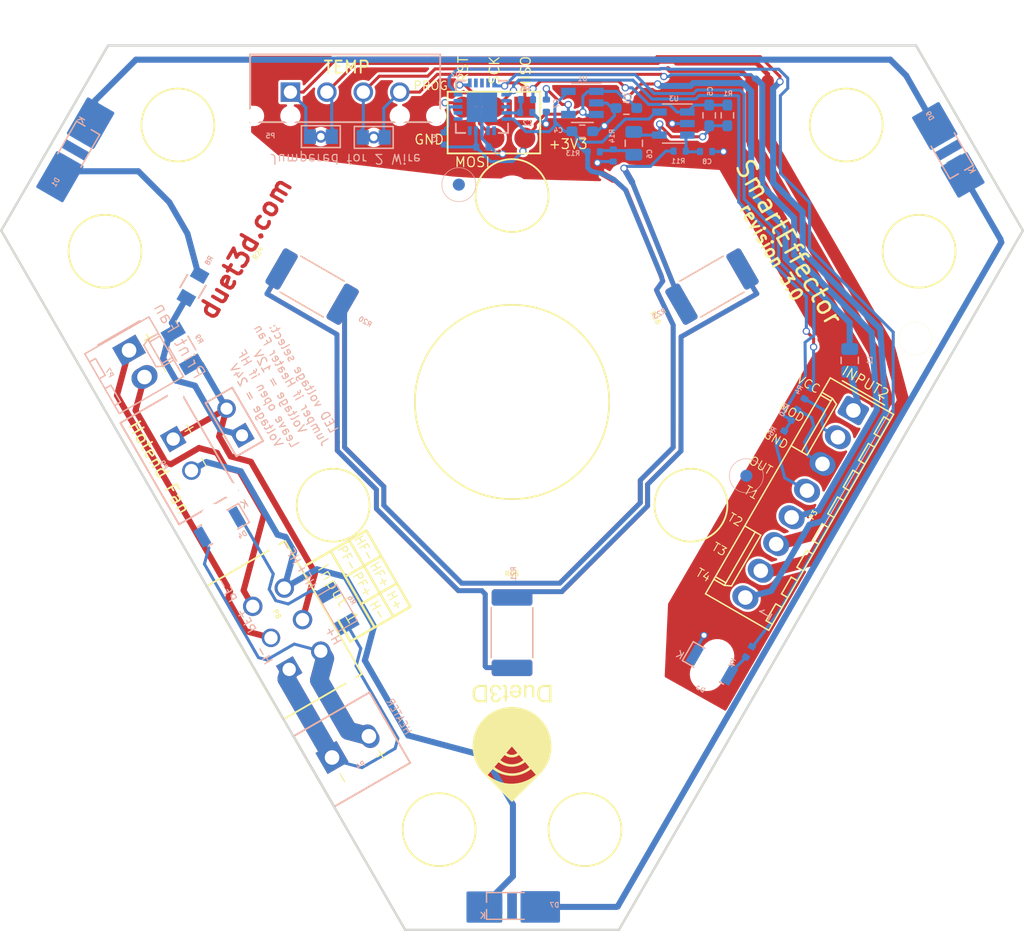
<source format=kicad_pcb>
(kicad_pcb (version 20171130) (host pcbnew "(5.1.4)-1")
  (title_block (title SmartEffector) (date 2021-02-22) (rev v3.0) (company Duet3D) (comment 1 "(c) Duet3D"))
  (layers (0 F.Cu jumper) (31 B.Cu signal) (34 B.Paste user) (35 F.Paste user) (36 B.SilkS user) (37 F.SilkS user) (38 B.Mask user) (39 F.Mask user) (44 Edge.Cuts user))
  (net 0 "")
  (net 1 +3V3)
  (net 2 "Net-(D3-Pad2)")
  (net 3 "Net-(D4-Pad1)")
  (net 4 RST)
  (net 5 MOSI)
  (net 6 Therm1)
  (net 7 Therm2)
  (net 8 Therm3)
  (net 9 Therm4)
  (net 10 "Net-(L1-Pad1)")
  (net 11 MISO)
  (net 12 SCK)
  (net 13 "Net-(D1-Pad1)")
  (net 14 "Net-(D1-Pad2)")
  (net 15 "Net-(D7-Pad2)")
  (net 16 H_Fan_+)
  (net 17 H_Fan_-)
  (net 18 P_Fan_-)
  (net 19 P_Fan_+)
  (net 20 Heater+)
  (net 21 "Net-(JP3-Pad1)")
  (net 22 Heater-)
  (net 23 "Net-(C7-Pad2)")
  (net 24 ADC1)
  (net 25 "Net-(U2-Pad2)")
  (net 26 "Net-(U2-Pad12)")
  (net 27 "Net-(U2-Pad14)")
  (net 28 "Net-(U2-Pad11)")
  (net 29 "Net-(R2-Pad2)")
  (net 30 "Net-(U2-Pad3)")
  (net 31 T)
  (net 32 B)
  (net 33 GND)
  (net 34 /TB-R11)
  (net 35 /B3)
  (net 36 /T3)
  (net 37 /B2)
  (net 38 /B1)
  (net 39 /T2)
  (net 40 /T1)
  (net 41 2.8V)
  (net 42 /u3Vout)
  (net 43 /u3vin-)
  (net 44 /u3vin+)
  (net 45 /TB-C6)
  (net 46 "Net-(P3-Pad4)")
  (net 47 "Net-(P3-Pad2)")
  (module Connector_Molex:Molex_KK-254_AE-6410-08A_1x08_P2.54mm_Vertical (layer F.Cu) (at 28.09 0.702068 240)
    (fp_text reference P3 (at 9.097818 -1.442116 60) (layer F.SilkS) (effects (font (size 0.4 0.4) (thickness 0.08))))
    (fp_text value INPUT2 (at -2.491858 0.283975 150) (layer F.SilkS) (effects (font (size 0.8 0.8) (thickness 0.1))))
    (pad 8 thru_hole oval (at 17.78 0 240) (size 1.74 2.2) (drill 1.2) (layers *.Cu *.Mask) (net 9 Therm4))
    (pad 7 thru_hole oval (at 15.24 0 240) (size 1.74 2.2) (drill 1.2) (layers *.Cu *.Mask) (net 8 Therm3))
    (pad 6 thru_hole oval (at 12.7 0 240) (size 1.74 2.2) (drill 1.2) (layers *.Cu *.Mask) (net 7 Therm2))
    (pad 5 thru_hole oval (at 10.16 0 240) (size 1.74 2.2) (drill 1.2) (layers *.Cu *.Mask) (net 6 Therm1))
    (pad 4 thru_hole oval (at 7.62 0 240) (size 1.74 2.2) (drill 1.2) (layers *.Cu *.Mask) (net 46 "Net-(P3-Pad4)"))
    (pad 3 thru_hole oval (at 5.08 0 240) (size 1.74 2.2) (drill 1.2) (layers *.Cu *.Mask) (net 33 GND))
    (pad 2 thru_hole oval (at 2.54 0 240) (size 1.74 2.2) (drill 1.2) (layers *.Cu *.Mask) (net 47 "Net-(P3-Pad2)"))
    (pad 1 thru_hole roundrect (at 0 0 240) (size 1.74 2.2) (drill 1.2) (layers *.Cu *.Mask) (roundrect_rratio 0.143678) (net 10 "Net-(L1-Pad1)"))
  )
  (module complib:Microfit_02x03 (layer F.Cu) (at -18.542608 18.674907 120)
    (fp_text reference P8 (at 1.45 -0.102809 120) (layer F.SilkS) (effects (font (size 0.4 0.4) (thickness 0.08))))
    (fp_text value "Input 1" (at 0.368438 5.11166 120) (layer F.SilkS) (effects (font (size 0.9 1) (thickness 0.1))))
    (pad 1 thru_hole rect (at -3 -1.5 120) (size 1.6 1.6) (drill 1.1) (layers *.Cu *.Mask) (net 22 Heater-))
    (pad 5 thru_hole circle (at 0 1.5 120) (size 1.6 1.6) (drill 1.1) (layers *.Cu *.Mask) (net 16 H_Fan_+))
    (pad 4 thru_hole circle (at -3 1.5 120) (size 1.6 1.6) (drill 1.1) (layers *.Cu *.Mask) (net 20 Heater+))
    (pad 3 thru_hole circle (at 3 -1.5 120) (size 1.6 1.6) (drill 1.1) (layers *.Cu *.Mask) (net 18 P_Fan_-))
    (pad 2 thru_hole circle (at 0 -1.5 120) (size 1.524 1.524) (drill 1.1) (layers *.Cu *.Mask) (net 19 P_Fan_+))
    (pad 6 thru_hole circle (at 3 1.5 120) (size 1.6 1.6) (drill 1.1) (layers *.Cu *.Mask) (net 17 H_Fan_-))
    (pad "" np_thru_hole circle (at -6 2.44 120) (size 1.1 1.1) (drill 1.1) (layers *.Cu *.Mask))
    (pad "" np_thru_hole circle (at 6 2.44 120) (size 1.1 1.1) (drill 1.1) (layers *.Cu *.Mask))
  )
  (module complib:3.5MM_2X1 (layer B.Cu) (at -13.3 28.4 30)
    (fp_text reference P4 (at -0.03 1.73 30) (layer B.SilkS) (effects (font (size 0.4 0.4) (thickness 0.08)) (justify mirror)))
    (fp_text value HEATER (at 4.714102 -0.165064 120) (layer B.SilkS) (effects (font (size 0.6 0.6) (thickness 0.08)) (justify mirror)))
    (pad 2 thru_hole oval (at 1.75 0 30) (size 1.524 2) (drill 1.19888) (layers *.Cu *.Mask) (net 20 Heater+))
    (pad 1 thru_hole rect (at -1.75 0 30) (size 2 2) (drill 1.19888) (layers *.Cu *.Mask) (net 22 Heater-))
  )
  (module complib:MountingHole_2.9mm (layer F.Cu) (at -0.000001 -17.000001 300)
    (fp_text reference M11 hide)
    (fp_text value M_2.9mm hide)
    (pad "" np_thru_hole circle (at 0 0 300) (size 2.9 2.9) (drill 2.9) (layers *.Cu *.Mask))
  )
  (module complib:MountingHole_2.9mm (layer F.Cu) (at 14.722431 8.5 300)
    (fp_text reference M10 hide)
    (fp_text value M_2.9mm hide)
    (pad "" np_thru_hole circle (at 0 0 300) (size 2.9 2.9) (drill 2.9) (layers *.Cu *.Mask))
  )
  (module complib:MountingHole_2.9mm (layer F.Cu) (at -14.722432 8.499999 300)
    (fp_text reference M9 hide)
    (fp_text value M_2.9mm hide)
    (pad "" np_thru_hole circle (at 0 0 300) (size 2.9 2.9) (drill 2.9) (layers *.Cu *.Mask))
  )
  (module complib:Microfit_01x02or04_43650-0227 (layer B.Cu) (at -13.739493 -25.514847 180)
    (fp_text reference P5 (at 6.147057 -3.602374 180) (layer B.SilkS) (effects (font (size 0.4 0.4) (thickness 0.08)) (justify mirror)))
    (fp_text value TEMP (at -0.143589 2.055223 180) (layer F.SilkS))
    (pad "" np_thru_hole circle (at -4.5 -1.96 180) (size 1.27 1.27) (drill 1.27) (layers *.Cu *.Mask))
    (pad 3 thru_hole circle (at -1.5 0 180) (size 1.6 1.6) (drill 1.1) (layers *.Cu *.Mask) (net 7 Therm2))
    (pad 2 thru_hole circle (at 1.5 0 180) (size 1.6 1.6) (drill 1.1) (layers *.Cu *.Mask) (net 8 Therm3))
    (pad "" np_thru_hole circle (at 4.5 -1.96 180) (size 1.27 1.27) (drill 1.27) (layers *.Cu *.Mask))
    (pad "" np_thru_hole circle (at 7.5 -1.96 180) (size 1.27 1.27) (drill 1.27) (layers *.Cu *.Mask))
    (pad "" np_thru_hole circle (at -7.5 -1.96 180) (size 1.27 1.27) (drill 1.27) (layers *.Cu *.Mask))
    (pad 4 thru_hole circle (at -4.5 0 180) (size 1.6 1.6) (drill 1.1) (layers *.Cu *.Mask) (net 6 Therm1))
    (pad 1 thru_hole rect (at 4.5 0 180) (size 1.6 1.6) (drill 1.1) (layers *.Cu *.Mask) (net 9 Therm4))
  )
  (module complib:JUMPER (layer B.Cu) (at -22.859997 1.649995 120)
    (fp_text reference JP3 hide)
    (fp_text value "Jumper for 12V input" hide)
    (pad 2 thru_hole circle (at 1.27 0 120) (size 1.524 1.524) (drill 1) (layers *.Cu *.Mask) (net 16 H_Fan_+))
    (pad 1 thru_hole rect (at -1.27 0 120) (size 1.524 1.524) (drill 1) (layers *.Cu *.Mask) (net 21 "Net-(JP3-Pad1)"))
  )
  (module complib:Microfit_01x02_43650-0227 (layer B.Cu) (at -27.136227 4.353754 300)
    (fp_text reference P9 (at -0.027272 1.73454 300) (layer B.SilkS) (effects (font (size 0.4 0.4) (thickness 0.08)) (justify mirror)))
    (fp_text value "Hotend Fan" (at -0.050338 2.165086 300) (layer F.SilkS))
    (pad "" np_thru_hole circle (at -4.5 -1.96 300) (size 1.27 1.27) (drill 1.27) (layers *.Cu *.Mask))
    (pad 1 thru_hole rect (at -1.5 0 300) (size 1.6 1.6) (drill 1.1) (layers *.Cu *.Mask) (net 16 H_Fan_+))
    (pad 2 thru_hole circle (at 1.5 0 300) (size 1.524 1.524) (drill 1.1) (layers *.Cu *.Mask) (net 17 H_Fan_-))
    (pad "" np_thru_hole circle (at 4.5 -1.96 300) (size 1.27 1.27) (drill 1.27) (layers *.Cu *.Mask))
  )
  (module complib:LED_1206_bottom_entry_156120VS75000 (layer B.Cu) (at -24.057339 10.288737 210)
    (fp_text reference D4 (at -1.293694 -1.501645 30) (layer B.SilkS) (effects (font (size 0.4 0.4) (thickness 0.08)) (justify mirror)))
    (fp_text value Heat hide)
    (fp_text user K (at -2.7 0.6 30) (layer B.SilkS) (effects (font (size 0.6 0.6) (thickness 0.1)) (justify mirror)))
    (pad "" np_thru_hole oval (at 0 0 210) (size 2.3 4) (drill oval 2.3 4) (layers *.Cu *.Mask) (clearance 0.25))
    (pad 1 smd rect (at -1.65 0 30) (size 0.8 1.6) (layers B.Cu B.Paste B.Mask) (net 3 "Net-(D4-Pad1)"))
    (pad 2 smd rect (at 1.65 0 30) (size 0.8 1.6) (layers B.Cu B.Paste B.Mask) (net 20 Heater+))
  )
  (module complib:LED_1206_bottom_entry_156120VS75000 (layer B.Cu) (at 16.46051 21.665157 330)
    (fp_text reference D3 (at 0.15743 2.145989 150) (layer B.SilkS) (effects (font (size 0.4 0.4) (thickness 0.08)) (justify mirror)))
    (fp_text value Comms hide)
    (fp_text user K (at -2.7 0.6 150) (layer B.SilkS) (effects (font (size 0.6 0.6) (thickness 0.1)) (justify mirror)))
    (pad "" np_thru_hole oval (at 0 0 330) (size 2.3 4) (drill oval 2.3 4) (layers *.Cu *.Mask) (clearance 0.25))
    (pad 1 smd rect (at -1.65 0 150) (size 0.8 1.6) (layers B.Cu B.Paste B.Mask) (net 33 GND))
    (pad 2 smd rect (at 1.65 0 150) (size 0.8 1.6) (layers B.Cu B.Paste B.Mask) (net 2 "Net-(D3-Pad2)"))
  )
  (module "Connector_Molex:Wurth_61900211121-1x02_P2.54mm_Vertical-(Molex_KK-254_AE-6410-02Acompatible)" (layer B.Cu) (at -30.885905 -3.151615 300)
    (fp_text reference P7 (at -0.470001 2.3225 300) (layer B.SilkS) (effects (font (size 0.4 0.4) (thickness 0.08)) (justify mirror)))
    (fp_text value "Print Fan" (at 0.1 -4 120) (layer B.SilkS) (effects (font (thickness 0.1)) (justify mirror)))
    (pad 1 thru_hole rect (at -1.27 0 300) (size 1.74 2.2) (drill 1.2) (layers *.Cu *.Mask) (net 19 P_Fan_+))
    (pad 2 thru_hole oval (at 1.27 0 300) (size 1.74 2.2) (drill 1.2) (layers *.Cu *.Mask) (net 18 P_Fan_-))
  )
  (module complib:SJ_Bridged (layer B.Cu) (at -11.384051 -21.786528 90)
    (fp_text reference JP1 hide)
    (fp_text value "Jumpered for 2 Wire" hide)
    (pad 1 smd rect (at 0 0.9 90) (size 1.2 1) (layers B.Cu B.Mask) (net 6 Therm1))
    (pad 2 smd rect (at 0 -0.9 90) (size 1.2 1) (layers B.Cu B.Mask) (net 7 Therm2))
    (pad 1 thru_hole circle (at 0 0 90) (size 1 1) (drill 0.6) (layers *.Cu *.Mask) (net 6 Therm1) (clearance 0.3))
  )
  (module complib:SJ_Bridged (layer B.Cu) (at -15.734944 -21.850554 90)
    (fp_text reference JP2 hide)
    (fp_text value "Solder Jumper" hide)
    (pad 1 smd rect (at 0 0.9 90) (size 1.2 1) (layers B.Cu B.Mask) (net 8 Therm3))
    (pad 2 smd rect (at 0 -0.9 90) (size 1.2 1) (layers B.Cu B.Mask) (net 9 Therm4))
    (pad 1 thru_hole circle (at 0 0 90) (size 1 1) (drill 0.6) (layers *.Cu *.Mask) (net 8 Therm3) (clearance 0.3))
  )
  (module Resistor_SMD:R_0402_1005Metric_Wbry (layer B.Cu) (at 8.323854 -20.297647 270)
    (fp_text reference R14 (at -1.6 0.1 90) (layer B.SilkS) (effects (font (size 0.4 0.4) (thickness 0.08)) (justify mirror)))
    (fp_text value 10K_1% hide)
    (pad 2 smd roundrect (at 0.5 0 270) (size 0.5 0.6) (layers B.Cu B.Paste B.Mask) (net 33 GND))
    (pad 1 smd roundrect (at -0.5 0 270) (size 0.5 0.6) (layers B.Cu B.Paste B.Mask) (net 45 /TB-C6))
  )
  (module Resistor_SMD:R_0402_1005Metric_Wbry (layer B.Cu) (at 6.723854 -20.597647)
    (fp_text reference R13 (at -1.71 0.12) (layer B.SilkS) (effects (font (size 0.4 0.4) (thickness 0.08)) (justify mirror)))
    (fp_text value 10K_1% hide)
    (pad 2 smd roundrect (at 0.5 0) (size 0.5 0.6) (layers B.Cu B.Paste B.Mask) (net 45 /TB-C6))
    (pad 1 smd roundrect (at -0.5 0) (size 0.5 0.6) (layers B.Cu B.Paste B.Mask) (net 35 /B3))
  )
  (module Resistor_SMD:R_0402_1005Metric_Wbry (layer B.Cu) (at 13.793854 -20.657647)
    (fp_text reference R11 (at -0.12 0.82) (layer B.SilkS) (effects (font (size 0.4 0.4) (thickness 0.08)) (justify mirror)))
    (fp_text value 5K1 hide)
    (pad 2 smd roundrect (at 0.5 0) (size 0.5 0.6) (layers B.Cu B.Paste B.Mask) (net 44 /u3vin+))
    (pad 1 smd roundrect (at -0.5 0) (size 0.5 0.6) (layers B.Cu B.Paste B.Mask) (net 34 /TB-R11))
  )
  (module Resistor_SMD:R_0402_1005Metric_Wbry (layer B.Cu) (at 23.226611 1.051914 240)
    (fp_text reference R10 (at 0.064009 0.889988 60) (layer B.SilkS) (effects (font (size 0.4 0.4) (thickness 0.08)) (justify mirror)))
    (fp_text value 330K hide)
    (pad 2 smd roundrect (at 0.5 0 240) (size 0.5 0.6) (layers B.Cu B.Paste B.Mask) (net 11 MISO))
    (pad 1 smd roundrect (at -0.5 0 240) (size 0.5 0.6) (layers B.Cu B.Paste B.Mask) (net 33 GND))
  )
  (module Resistor_SMD:R_0402_1005Metric_Wbry (layer B.Cu) (at -5.576147 -21.697647 270)
    (fp_text reference R7 (at -0.01 0.75 90) (layer B.SilkS) (effects (font (size 0.4 0.4) (thickness 0.08)) (justify mirror)))
    (fp_text value 5K1 hide)
    (pad 2 smd roundrect (at 0.5 0 270) (size 0.5 0.6) (layers B.Cu B.Paste B.Mask) (net 1 +3V3))
    (pad 1 smd roundrect (at -0.5 0 270) (size 0.5 0.6) (layers B.Cu B.Paste B.Mask) (net 4 RST))
  )
  (module Resistor_SMD:R_0402_1005Metric_Wbry (layer B.Cu) (at 22.153854 2.832353 60)
    (fp_text reference R5 (at 0.003731 -0.833538 60) (layer B.SilkS) (effects (font (size 0.4 0.4) (thickness 0.08)) (justify mirror)))
    (fp_text value 1K0 hide)
    (pad 2 smd roundrect (at 0.5 0 60) (size 0.5 0.6) (layers B.Cu B.Paste B.Mask) (net 11 MISO))
    (pad 1 smd roundrect (at -0.5 0 60) (size 0.5 0.6) (layers B.Cu B.Paste B.Mask) (net 46 "Net-(P3-Pad4)"))
  )
  (module Resistor_SMD:R_0402_1005Metric_Wbry (layer B.Cu) (at 24.313854 -0.697647 60)
    (fp_text reference R4 (at -0.086532 -0.769878 60) (layer B.SilkS) (effects (font (size 0.4 0.4) (thickness 0.08)) (justify mirror)))
    (fp_text value 5K1 hide)
    (pad 2 smd roundrect (at 0.5 0 60) (size 0.5 0.6) (layers B.Cu B.Paste B.Mask) (net 12 SCK))
    (pad 1 smd roundrect (at -0.5 0 60) (size 0.5 0.6) (layers B.Cu B.Paste B.Mask) (net 47 "Net-(P3-Pad2)"))
  )
  (module Resistor_SMD:R_0402_1005Metric_Wbry (layer B.Cu) (at 1.223854 -24.897647 180)
    (fp_text reference R3 (at 0.16 0.87) (layer B.SilkS) (effects (font (size 0.4 0.4) (thickness 0.08)) (justify mirror)))
    (fp_text value 5K1 hide)
    (pad 2 smd roundrect (at 0.5 0 180) (size 0.5 0.6) (layers B.Cu B.Paste B.Mask) (net 24 ADC1))
    (pad 1 smd roundrect (at -0.5 0 180) (size 0.5 0.6) (layers B.Cu B.Paste B.Mask) (net 42 /u3Vout))
  )
  (module Resistor_SMD:R_0402_1005Metric_Wbry (layer B.Cu) (at 19.493854 20.572353 60)
    (fp_text reference R2 (at -1.47 -0.79 60) (layer B.SilkS) (effects (font (size 0.4 0.4) (thickness 0.08)) (justify mirror)))
    (fp_text value 150R hide)
    (pad 2 smd roundrect (at 0.5 0 60) (size 0.5 0.6) (layers B.Cu B.Paste B.Mask) (net 29 "Net-(R2-Pad2)"))
    (pad 1 smd roundrect (at -0.5 0 60) (size 0.5 0.6) (layers B.Cu B.Paste B.Mask) (net 2 "Net-(D3-Pad2)"))
  )
  (module Resistor_SMD:R_0603_1608Metric_Wbry (layer B.Cu) (at 17.723854 -23.597647 90)
    (fp_text reference R1 (at 1.8 0.05 180) (layer B.SilkS) (effects (font (size 0.4 0.4) (thickness 0.08)) (justify mirror)))
    (fp_text value 10M hide)
    (pad 2 smd roundrect (at 0.85 0 90) (size 0.9 0.8) (layers B.Cu B.Paste B.Mask) (net 42 /u3Vout))
    (pad 1 smd roundrect (at -0.85 0 90) (size 0.9 0.8) (layers B.Cu B.Paste B.Mask) (net 43 /u3vin-))
  )
  (module Inductor_SMD:L_0805_2012Metric (layer B.Cu) (at 27.793302 -3.42161 90)
    (fp_text reference L1 (at 0 1.65 90) (layer B.SilkS) (effects (font (size 0.4 0.4) (thickness 0.08)) (justify mirror)))
    (fp_text value 22uH)
    (pad 2 smd roundrect (at 0.9375 0 90) (size 0.975 1.4) (layers B.Cu B.Paste B.Mask) (net 1 +3V3))
    (pad 1 smd roundrect (at -0.9375 0 90) (size 0.975 1.4) (layers B.Cu B.Paste B.Mask) (net 10 "Net-(L1-Pad1)"))
  )
  (module Capacitor_SMD:C_0402_1005Metric_Wbry (layer B.Cu) (at 15.970507 -20.625389)
    (fp_text reference C8 (at 0.083347 0.827742 180) (layer B.SilkS) (effects (font (size 0.4 0.4) (thickness 0.08)) (justify mirror)))
    (fp_text value 10n hide)
    (pad 1 smd roundrect (at -0.5 0) (size 0.5 0.6) (layers B.Cu B.Paste B.Mask) (net 44 /u3vin+))
    (pad 2 smd roundrect (at 0.5 0) (size 0.5 0.6) (layers B.Cu B.Paste B.Mask) (net 33 GND))
  )
  (module Capacitor_SMD:C_0402_1005Metric_Wbry (layer B.Cu) (at 2.823854 -24.397647 90)
    (fp_text reference C7 (at 0.17 0.81 270) (layer B.SilkS) (effects (font (size 0.4 0.4) (thickness 0.08)) (justify mirror)))
    (fp_text value 10n hide)
    (pad 1 smd roundrect (at -0.5 0 90) (size 0.5 0.6) (layers B.Cu B.Paste B.Mask) (net 33 GND))
    (pad 2 smd roundrect (at 0.5 0 90) (size 0.5 0.6) (layers B.Cu B.Paste B.Mask) (net 23 "Net-(C7-Pad2)"))
  )
  (module Capacitor_SMD:C_0805_2012Metric (layer B.Cu) (at 10.023854 -21.297647 270)
    (fp_text reference C6 (at 0.87 -1.29 90) (layer B.SilkS) (effects (font (size 0.4 0.4) (thickness 0.08)) (justify mirror)))
    (fp_text value 22u)
    (pad 2 smd roundrect (at 0.9375 0 270) (size 0.975 1.4) (layers B.Cu B.Paste B.Mask) (net 45 /TB-C6))
    (pad 1 smd roundrect (at -0.9375 0 270) (size 0.975 1.4) (layers B.Cu B.Paste B.Mask) (net 43 /u3vin-))
  )
  (module Capacitor_SMD:C_0603_1608Metric_Wbry (layer B.Cu) (at 16.223854 -23.597647 270)
    (fp_text reference C5 (at -1.99 -0.08 90) (layer B.SilkS) (effects (font (size 0.4 0.4) (thickness 0.08)) (justify mirror)))
    (fp_text value 47p hide)
    (pad 1 smd roundrect (at -0.85 0 270) (size 0.9 0.8) (layers B.Cu B.Paste B.Mask) (net 42 /u3Vout))
    (pad 2 smd roundrect (at 0.85 0 270) (size 0.9 0.8) (layers B.Cu B.Paste B.Mask) (net 43 /u3vin-))
  )
  (module Capacitor_SMD:C_0603_1608Metric_Wbry (layer B.Cu) (at 5.778097 -22.288044 180)
    (fp_text reference C4 (at 1.974243 0.079603) (layer B.SilkS) (effects (font (size 0.4 0.4) (thickness 0.08)) (justify mirror)))
    (fp_text value 1u hide)
    (pad 1 smd roundrect (at -0.85 0 180) (size 0.9 0.8) (layers B.Cu B.Paste B.Mask) (net 33 GND))
    (pad 2 smd roundrect (at 0.85 0 180) (size 0.9 0.8) (layers B.Cu B.Paste B.Mask) (net 41 2.8V))
  )
  (module Capacitor_SMD:C_0603_1608Metric_Wbry (layer B.Cu) (at 9.413854 -24.197647 180)
    (fp_text reference C3 (at -0.1 0.9) (layer B.SilkS) (effects (font (size 0.4 0.4) (thickness 0.08)) (justify mirror)))
    (fp_text value 1u hide)
    (pad 1 smd roundrect (at -0.85 0 180) (size 0.9 0.8) (layers B.Cu B.Paste B.Mask) (net 1 +3V3))
    (pad 2 smd roundrect (at 0.85 0 180) (size 0.9 0.8) (layers B.Cu B.Paste B.Mask) (net 33 GND))
  )
  (module Capacitor_SMD:C_0402_1005Metric_Wbry (layer B.Cu) (at 1.163854 -23.837647)
    (fp_text reference C2 (at 0.1 0.87 180) (layer B.SilkS) (effects (font (size 0.4 0.4) (thickness 0.08)) (justify mirror)))
    (fp_text value 10n hide)
    (pad 1 smd roundrect (at -0.5 0) (size 0.5 0.6) (layers B.Cu B.Paste B.Mask) (net 24 ADC1))
    (pad 2 smd roundrect (at 0.5 0) (size 0.5 0.6) (layers B.Cu B.Paste B.Mask) (net 33 GND))
  )
  (module Capacitor_SMD:C_0402_1005Metric_Wbry (layer B.Cu) (at -2.44655 -20.992472)
    (fp_text reference C1 (at 1.270403 0.394825 180) (layer B.SilkS) (effects (font (size 0.4 0.4) (thickness 0.08)) (justify mirror)))
    (fp_text value 100n hide)
    (pad 1 smd roundrect (at -0.5 0) (size 0.5 0.6) (layers B.Cu B.Paste B.Mask) (net 1 +3V3))
    (pad 2 smd roundrect (at 0.5 0) (size 0.5 0.6) (layers B.Cu B.Paste B.Mask) (net 33 GND))
  )
  (module complib:LOGO_Duet3d_CU_Mask (layer F.Cu) (at 0.000001 28.112353 180)
    (fp_text reference M15 hide)
    (fp_text value "Duet3D Logo" hide)
  )
  (module complib:LED_Wurth-158302260 (layer B.Cu) (at 35.940054 -20.75 120)
    (fp_text reference D9 (at 3.209191 0.046581 120) (layer B.SilkS) (effects (font (size 0.4 0.4) (thickness 0.08)) (justify mirror)))
    (fp_text value illum hide)
    (fp_text user K (at -2.4 0.8 120) (layer B.SilkS) (effects (font (size 0.5 0.5) (thickness 0.1)) (justify mirror)))
    (pad Thermal smd rect (at 0 0 120) (size 0.8 2.1) (layers B.Cu B.Paste B.Mask))
    (pad 1 smd rect (at -1.4 0 120) (size 1.2 1.4) (layers B.Cu B.Paste B.Mask) (net 15 "Net-(D7-Pad2)"))
    (pad 2 smd rect (at 1.4 0 120) (size 1.2 1.4) (layers B.Cu B.Paste B.Mask) (net 13 "Net-(D1-Pad1)"))
  )
  (module complib:LED_Wurth-158302260 (layer B.Cu) (at 0 41.5)
    (fp_text reference D7 (at 3.490092 -0.073501) (layer B.SilkS) (effects (font (size 0.4 0.4) (thickness 0.08)) (justify mirror)))
    (fp_text value illum hide)
    (fp_text user K (at -2.4 0.8) (layer B.SilkS) (effects (font (size 0.5 0.5) (thickness 0.1)) (justify mirror)))
    (pad Thermal smd rect (at 0 0) (size 0.8 2.1) (layers B.Cu B.Paste B.Mask))
    (pad 1 smd rect (at -1.4 0) (size 1.2 1.4) (layers B.Cu B.Paste B.Mask) (net 17 H_Fan_-))
    (pad 2 smd rect (at 1.4 0) (size 1.2 1.4) (layers B.Cu B.Paste B.Mask) (net 15 "Net-(D7-Pad2)"))
  )
  (module complib:LED_Wurth-158302260 (layer B.Cu) (at -35.940054 -20.75 240)
    (fp_text reference D1 (at 3.11419 0.080539 60) (layer B.SilkS) (effects (font (size 0.4 0.4) (thickness 0.08)) (justify mirror)))
    (fp_text value illum hide)
    (fp_text user K (at -2.4 0.8 60) (layer B.SilkS) (effects (font (size 0.5 0.5) (thickness 0.1)) (justify mirror)))
    (pad Thermal smd rect (at 0 0 240) (size 0.8 2.1) (layers B.Cu B.Paste B.Mask))
    (pad 1 smd rect (at -1.4 0 240) (size 1.2 1.4) (layers B.Cu B.Paste B.Mask) (net 13 "Net-(D1-Pad1)"))
    (pad 2 smd rect (at 1.4 0 240) (size 1.2 1.4) (layers B.Cu B.Paste B.Mask) (net 14 "Net-(D1-Pad2)"))
  )
  (module Resistor_SMD:R_2512_6332Metric (layer B.Cu) (at -16.454483 -9.5 150)
    (fp_text reference R20 (at -5.229531 -0.317813 330) (layer B.SilkS) (effects (font (size 0.4 0.4) (thickness 0.08)) (justify mirror)))
    (fp_text value 100R hide)
    (pad 2 smd roundrect (at 2.9 0 150) (size 1.35 3.35) (layers B.Cu B.Paste B.Mask) (roundrect_rratio 0.185185) (net 37 /B2))
    (pad 1 smd roundrect (at -2.9 0 150) (size 1.35 3.35) (layers B.Cu B.Paste B.Mask) (roundrect_rratio 0.185185) (net 35 /B3))
  )
  (module Resistor_SMD:R_2512_6332Metric (layer F.Cu) (at 16.454483 -9.5 30)
    (fp_text reference R26 (at -5.309981 -0.089199 120) (layer F.SilkS) (effects (font (size 0.4 0.4) (thickness 0.08))))
    (fp_text value 100R hide)
    (pad 2 smd roundrect (at 2.9 0 30) (size 1.35 3.35) (layers F.Cu F.Paste F.Mask) (roundrect_rratio 0.185185) (net 40 /T1))
    (pad 1 smd roundrect (at -2.9 0 30) (size 1.35 3.35) (layers F.Cu F.Paste F.Mask) (roundrect_rratio 0.185185) (net 31 T))
  )
  (module Resistor_SMD:R_2512_6332Metric (layer F.Cu) (at 0 19 270)
    (fp_text reference R25 (at -4.852259 0.003177 180) (layer F.SilkS) (effects (font (size 0.4 0.4) (thickness 0.08))))
    (fp_text value 100R hide)
    (pad 1 smd roundrect (at -2.9 0 270) (size 1.35 3.35) (layers F.Cu F.Paste F.Mask) (roundrect_rratio 0.185185) (net 40 /T1))
    (pad 2 smd roundrect (at 2.9 0 270) (size 1.35 3.35) (layers F.Cu F.Paste F.Mask) (roundrect_rratio 0.185185) (net 39 /T2))
  )
  (module Resistor_SMD:R_2512_6332Metric (layer F.Cu) (at -16.454483 -9.5 150)
    (fp_text reference R24 (at 5.22493 0.156203 240) (layer F.SilkS) (effects (font (size 0.4 0.4) (thickness 0.08))))
    (fp_text value 100R hide)
    (pad 2 smd roundrect (at 2.9 0 150) (size 1.35 3.35) (layers F.Cu F.Paste F.Mask) (roundrect_rratio 0.185185) (net 39 /T2))
    (pad 1 smd roundrect (at -2.9 0 150) (size 1.35 3.35) (layers F.Cu F.Paste F.Mask) (roundrect_rratio 0.185185) (net 36 /T3))
  )
  (module Resistor_SMD:R_2512_6332Metric (layer B.Cu) (at 16.454483 -9.5 210)
    (fp_text reference R23 (at 4.857853 0.232308 30) (layer B.SilkS) (effects (font (size 0.4 0.4) (thickness 0.08)) (justify mirror)))
    (fp_text value 100R hide)
    (pad 2 smd roundrect (at 2.9 0 210) (size 1.35 3.35) (layers B.Cu B.Paste B.Mask) (roundrect_rratio 0.185185) (net 32 B))
    (pad 1 smd roundrect (at -2.9 0 210) (size 1.35 3.35) (layers B.Cu B.Paste B.Mask) (roundrect_rratio 0.185185) (net 38 /B1))
  )
  (module Resistor_SMD:R_2512_6332Metric (layer B.Cu) (at 0 19 90)
    (fp_text reference R21 (at 4.862259 0.116823 90) (layer B.SilkS) (effects (font (size 0.4 0.4) (thickness 0.08)) (justify mirror)))
    (fp_text value 100R hide)
    (pad 2 smd roundrect (at 2.9 0 90) (size 1.35 3.35) (layers B.Cu B.Paste B.Mask) (roundrect_rratio 0.185185) (net 38 /B1))
    (pad 1 smd roundrect (at -2.9 0 90) (size 1.35 3.35) (layers B.Cu B.Paste B.Mask) (roundrect_rratio 0.185185) (net 37 /B2))
  )
  (module NetTie:NetTie-2_SMD_Pad0.5mm (layer B.Cu) (at 9.623855 -18.537647 120)
    (fp_text reference NT2 hide)
    (fp_text value NetTie-Bottom-Amp hide)
    (fp_poly (pts (xy -0.5 0.25) (xy 0.5 0.25) (xy 0.5 -0.25) (xy -0.5 -0.25)) (layer B.Cu) (width 0))
    (pad 2 smd circle (at 0.5 0 120) (size 0.5 0.5) (layers B.Cu) (net 34 /TB-R11))
    (pad 1 smd circle (at -0.5 0 120) (size 0.5 0.5) (layers B.Cu) (net 32 B))
  )
  (module NetTie:NetTie-2_SMD_Pad0.5mm (layer F.Cu) (at 9.637854 -18.519647 300)
    (fp_text reference NT3 hide)
    (fp_text value NetTie-Top-Amp hide)
    (fp_poly (pts (xy -0.5 -0.25) (xy 0.5 -0.25) (xy 0.5 0.25) (xy -0.5 0.25)) (layer F.Cu) (width 0))
    (pad 2 smd circle (at 0.5 0 300) (size 0.5 0.5) (layers F.Cu) (net 31 T))
    (pad 1 smd circle (at -0.5 0 300) (size 0.5 0.5) (layers F.Cu) (net 34 /TB-R11))
  )
  (module NetTie:NetTie-2_SMD_Pad0.5mm (layer F.Cu) (at 7.890841 -18.547647 330)
    (fp_text reference NT4 hide)
    (fp_text value NetTie-Top-GND hide)
    (fp_poly (pts (xy -0.5 -0.25) (xy 0.5 -0.25) (xy 0.5 0.25) (xy -0.5 0.25)) (layer F.Cu) (width 0))
    (pad 2 smd circle (at 0.5 0 330) (size 0.5 0.5) (layers F.Cu) (net 36 /T3))
    (pad 1 smd circle (at -0.5 0 330) (size 0.5 0.5) (layers F.Cu) (net 33 GND))
  )
  (module complib:SOT-23-5L (layer B.Cu) (at 5.787032 -24.625388 180)
    (fp_text reference U1 (at -0.016822 1.992259) (layer B.SilkS) (effects (font (size 0.4 0.4) (thickness 0.08)) (justify mirror)))
    (fp_text value LDK130M28RY hide)
    (pad 5 smd rect (at 1.15 0.95 180) (size 1.2 0.6) (layers B.Cu B.Paste B.Mask) (net 41 2.8V))
    (pad 4 smd rect (at 1.15 -0.95 180) (size 1.2 0.6) (layers B.Cu B.Paste B.Mask) (net 23 "Net-(C7-Pad2)"))
    (pad 3 smd rect (at -1.15 -0.95 180) (size 1.2 0.6) (layers B.Cu B.Paste B.Mask) (net 1 +3V3))
    (pad 2 smd rect (at -1.15 0 180) (size 1.2 0.6) (layers B.Cu B.Paste B.Mask) (net 33 GND))
    (pad 1 smd rect (at -1.15 0.95 180) (size 1.2 0.6) (layers B.Cu B.Paste B.Mask) (net 1 +3V3))
  )
  (module complib:QFN-20-1EP_4x4mm_Pitch0.5mm (layer B.Cu) (at -2.476548 -24.302473 180)
    (fp_text reference U2 (at 2.17 2.66 180) (layer B.SilkS) (effects (font (size 0.4 0.4) (thickness 0.08)) (justify mirror)))
    (fp_text value ATtiny44A-MMH-PAD hide)
    (pad 1 smd rect (at -1.965 1 180) (size 0.73 0.3) (layers B.Cu B.Paste B.Mask) (net 12 SCK))
    (pad 2 smd rect (at -1.965 0.5 180) (size 0.73 0.3) (layers B.Cu B.Paste B.Mask) (net 25 "Net-(U2-Pad2)"))
    (pad 3 smd rect (at -1.965 0 180) (size 0.73 0.3) (layers B.Cu B.Paste B.Mask) (net 30 "Net-(U2-Pad3)"))
    (pad 4 smd rect (at -1.965 -0.5 180) (size 0.73 0.3) (layers B.Cu B.Paste B.Mask) (net 24 ADC1))
    (pad 5 smd rect (at -1.965 -1 180) (size 0.73 0.3) (layers B.Cu B.Paste B.Mask) (net 41 2.8V))
    (pad 6 smd rect (at -1 -1.965 90) (size 0.73 0.3) (layers B.Cu B.Paste B.Mask))
    (pad 7 smd rect (at -0.5 -1.965 90) (size 0.73 0.3) (layers B.Cu B.Paste B.Mask))
    (pad 8 smd rect (at 0 -1.965 90) (size 0.73 0.3) (layers B.Cu B.Paste B.Mask) (net 33 GND))
    (pad 9 smd rect (at 0.5 -1.965 90) (size 0.73 0.3) (layers B.Cu B.Paste B.Mask) (net 1 +3V3))
    (pad 10 smd rect (at 1 -1.965 90) (size 0.73 0.3) (layers B.Cu B.Paste B.Mask))
    (pad 11 smd rect (at 1.965 -1 180) (size 0.73 0.3) (layers B.Cu B.Paste B.Mask) (net 28 "Net-(U2-Pad11)"))
    (pad 12 smd rect (at 1.965 -0.5 180) (size 0.73 0.3) (layers B.Cu B.Paste B.Mask) (net 26 "Net-(U2-Pad12)"))
    (pad 13 smd rect (at 1.965 0 180) (size 0.73 0.3) (layers B.Cu B.Paste B.Mask) (net 4 RST))
    (pad 14 smd rect (at 1.965 0.5 180) (size 0.73 0.3) (layers B.Cu B.Paste B.Mask) (net 27 "Net-(U2-Pad14)"))
    (pad 15 smd rect (at 1.965 1 180) (size 0.73 0.3) (layers B.Cu B.Paste B.Mask) (net 29 "Net-(R2-Pad2)"))
    (pad 16 smd rect (at 1 1.965 90) (size 0.73 0.3) (layers B.Cu B.Paste B.Mask) (net 5 MOSI))
    (pad 17 smd rect (at 0.5 1.965 90) (size 0.73 0.3) (layers B.Cu B.Paste B.Mask))
    (pad 18 smd rect (at 0 1.965 90) (size 0.73 0.3) (layers B.Cu B.Paste B.Mask))
    (pad 19 smd rect (at -0.5 1.965 90) (size 0.73 0.3) (layers B.Cu B.Paste B.Mask))
    (pad 20 smd rect (at -1 1.965 90) (size 0.73 0.3) (layers B.Cu B.Paste B.Mask) (net 11 MISO))
    (pad 21 smd rect (at 0.625 -0.625 180) (size 1.25 1.25) (layers B.Cu B.Paste B.Mask) (net 33 GND))
    (pad 21 smd rect (at 0.625 0.625 180) (size 1.25 1.25) (layers B.Cu B.Paste B.Mask) (net 33 GND))
    (pad 21 smd rect (at -0.625 -0.625 180) (size 1.25 1.25) (layers B.Cu B.Paste B.Mask) (net 33 GND))
    (pad 21 smd rect (at -0.625 0.625 180) (size 1.25 1.25) (layers B.Cu B.Paste B.Mask) (net 33 GND))
  )
  (module Resistor_SMD:R_1206_3216Metric (layer B.Cu) (at -27.137589 -4.393889 120)
    (fp_text reference R9 (at -0.011967 1.588244 120) (layer B.SilkS) (effects (font (size 0.4 0.4) (thickness 0.08)) (justify mirror)))
    (fp_text value 604R_0.33W+ hide)
    (pad 1 smd rect (at -1.505 0 120) (size 1.07 1.8) (layers B.Cu B.Paste B.Mask) (net 16 H_Fan_+))
    (pad 2 smd rect (at 1.505 0 120) (size 1.07 1.8) (layers B.Cu B.Paste B.Mask) (net 21 "Net-(JP3-Pad1)"))
  )
  (module NetTie:NetTie-2_SMD_Pad0.25mm (layer B.Cu) (at 5.423854 -21.217647 300)
    (fp_text reference NT1 hide)
    (fp_text value NetTie-ADC0-Bottom hide)
    (fp_poly (pts (xy -0.25 0.125) (xy 0.25 0.125) (xy 0.25 -0.125) (xy -0.25 -0.125)) (layer B.Cu) (width 0))
    (pad 1 smd circle (at -0.25 0 300) (size 0.25 0.25) (layers B.Cu) (net 41 2.8V))
    (pad 2 smd circle (at 0.25 0 300) (size 0.25 0.25) (layers B.Cu) (net 35 /B3))
  )
  (module complib:Fiducial_1mm_Dia_2.54mm_Outer_CopperTop (layer B.Cu) (at -4.379488 -17.894846)
    (fp_text reference M1 hide)
    (fp_text value FID hide)
    (pad ~ smd circle (at 0 0) (size 1 1) (layers B.Cu B.Mask) (clearance 0.77))
  )
  (module complib:Fiducial_1mm_Dia_2.54mm_Outer_CopperTop (layer B.Cu) (at 19.28377 6.078751)
    (fp_text reference M2 hide)
    (fp_text value FID hide)
    (pad ~ smd circle (at 0 0) (size 1 1) (layers B.Cu B.Mask) (clearance 0.77))
  )
  (module complib:R_1206 (layer B.Cu) (at -14.36391 16.978248 300)
    (fp_text reference R6 (at 0.0172 -1.361581 300) (layer B.SilkS) (effects (font (size 0.4 0.4) (thickness 0.08)) (justify mirror)))
    (fp_text value 1K5_0.5W+ hide)
    (pad 1 smd rect (at -1.50114 0 300) (size 1.15062 1.80086) (layers B.Cu B.Paste B.Mask) (net 3 "Net-(D4-Pad1)"))
    (pad 2 smd rect (at 1.50114 0 300) (size 1.15062 1.80086) (layers B.Cu B.Paste B.Mask) (net 22 Heater-))
  )
  (module complib:Ziptie_small (layer F.Cu) (at 33.187033 -5.225388)
    (fp_text reference M13 hide)
    (fp_text value Ziptie hide)
    (pad "" np_thru_hole circle (at 0 0) (size 2.7 2.7) (drill 2.7) (layers *.Cu *.Mask))
  )
  (module complib:R_0805_extended_pads (layer B.Cu) (at -26.258937 -9.515763 60)
    (fp_text reference R8 (at 2.508433 0.081628 60) (layer B.SilkS) (effects (font (size 0.4 0.4) (thickness 0.08)) (justify mirror)))
    (fp_text value 140R_0.33W+ hide)
    (pad 1 smd rect (at -1.1 0 60) (size 1 1.3) (layers B.Cu B.Paste B.Mask) (net 21 "Net-(JP3-Pad1)"))
    (pad 2 smd rect (at 1.1 0 60) (size 1 1.3) (layers B.Cu B.Paste B.Mask) (net 14 "Net-(D1-Pad2)"))
  )
  (module complib:SOT-23-5L (layer B.Cu) (at 13.280508 -22.925388 180)
    (fp_text reference U3 (at -0.043346 2.052259 180) (layer B.SilkS) (effects (font (size 0.4 0.4) (thickness 0.08)) (justify mirror)))
    (fp_text value MCP6286T-E/OT hide)
    (pad 1 smd rect (at -1.15 0.95 180) (size 1.2 0.6) (layers B.Cu B.Paste B.Mask) (net 42 /u3Vout))
    (pad 2 smd rect (at -1.15 0 180) (size 1.2 0.6) (layers B.Cu B.Paste B.Mask) (net 33 GND))
    (pad 3 smd rect (at -1.15 -0.95 180) (size 1.2 0.6) (layers B.Cu B.Paste B.Mask) (net 44 /u3vin+))
    (pad 4 smd rect (at 1.15 -0.95 180) (size 1.2 0.6) (layers B.Cu B.Paste B.Mask) (net 43 /u3vin-))
    (pad 5 smd rect (at 1.15 0.95 180) (size 1.2 0.6) (layers B.Cu B.Paste B.Mask) (net 41 2.8V))
  )
  (module complib:12mmHole (layer F.Cu) (at 0 0)
    (fp_text reference M16 (at 0 0.5) (layer F.SilkS) (effects (font (size 0.4 0.4) (thickness 0.08))))
    (fp_text value 12mm hide)
    (pad "" np_thru_hole circle (at 0 0) (size 12 12) (drill 12) (layers *.Cu *.Mask))
  )
  (module complib:MountingHole_2.9mm (layer F.Cu) (at -6 35.218367)
    (fp_text reference M4 hide)
    (fp_text value M_2.9mm hide)
    (pad "" np_thru_hole circle (at 0 0) (size 2.9 2.9) (drill 2.9) (layers *.Cu *.Mask))
  )
  (module complib:MountingHole_2.9mm (layer F.Cu) (at 27.500001 -22.805336)
    (fp_text reference M8 hide)
    (fp_text value M_2.9mm hide)
    (pad "" np_thru_hole circle (at 0 0) (size 2.9 2.9) (drill 2.9) (layers *.Cu *.Mask))
  )
  (module complib:MountingHole_2.9mm (layer F.Cu) (at 33.500001 -12.413031)
    (fp_text reference M6 hide)
    (fp_text value M_2.9mm hide)
    (pad "" np_thru_hole circle (at 0 0) (size 2.9 2.9) (drill 2.9) (layers *.Cu *.Mask))
  )
  (module complib:MountingHole_2.9mm (layer F.Cu) (at -33.500001 -12.413031)
    (fp_text reference M5 hide)
    (fp_text value M_2.9mm hide)
    (pad "" np_thru_hole circle (at 0 0) (size 2.9 2.9) (drill 2.9) (layers *.Cu *.Mask))
  )
  (module complib:MountingHole_2.9mm (layer F.Cu) (at 6 35.218367)
    (fp_text reference M3 hide)
    (fp_text value M_2.9mm hide)
    (pad "" np_thru_hole circle (at 0 0) (size 2.9 2.9) (drill 2.9) (layers *.Cu *.Mask))
  )
  (module complib:MountingHole_2.9mm (layer F.Cu) (at -27.500001 -22.805336)
    (fp_text reference M7 hide)
    (fp_text value M_2.9mm hide)
    (pad "" np_thru_hole circle (at 0 0) (size 2.9 2.9) (drill 2.9) (layers *.Cu *.Mask))
  )
  (module complib:Test_Point_2x3 (layer F.Cu) (at -1.489489 -23.004847 270)
    (fp_text reference P2 hide)
    (fp_text value PROG (at -3.038371 5.211213) (layer F.SilkS) (effects (font (size 0.7 0.7) (thickness 0.09))))
    (pad 1 smd rect (at -1.27 -2.54 270) (size 1.7272 1.7272) (layers F.Cu F.Mask) (net 11 MISO))
    (pad 2 smd oval (at 1.27 -2.54 270) (size 1.7272 1.7272) (layers F.Cu F.Mask) (net 1 +3V3))
    (pad 3 smd oval (at -1.27 0 270) (size 1.7272 1.7272) (layers F.Cu F.Mask) (net 12 SCK))
    (pad 4 smd oval (at 1.27 0 270) (size 1.7272 1.7272) (layers F.Cu F.Mask) (net 5 MOSI))
    (pad 5 smd oval (at -1.27 2.54 270) (size 1.7272 1.7272) (layers F.Cu F.Mask) (net 4 RST))
    (pad 6 smd oval (at 1.27 2.54 270) (size 1.7272 1.7272) (layers F.Cu F.Mask) (net 33 GND))
  )
  (gr_text "revision 3.0" (at 21.335787 -12.318223 -60) (layer F.SilkS) (effects (font (size 1 1) (thickness 0.2))))
  (gr_text SmartEffector (at 22.789876 -13.157742 -60) (layer F.SilkS) (effects (font (size 1.5 1.5) (thickness 0.2))))
  (gr_text "LED voltage select:\nJumper if Heater Fan\nVoltage = 12V\nLeave open if HF\nVoltage = 24V" (at -19.112966 -0.825389 -60) (layer B.SilkS) (effects (font (size 0.7 0.7) (thickness 0.1)) (justify mirror)))
  (gr_line (start -33.24435 -29.355389) (end 33.247033 -29.355388) (layer Edge.Cuts) (width 0.2))
  (gr_text "RST\n\nSCK\n\nMISO" (at -1.450705 -28.553214 -270) (layer F.SilkS) (effects (font (size 0.8 0.8) (thickness 0.1)) (justify right)))
  (gr_text GND (at -5.536146 -21.607647) (layer F.SilkS) (effects (font (size 0.8 0.8) (thickness 0.1)) (justify right)))
  (gr_text T2 (at 18.375099 9.698727 -30) (layer F.SilkS) (effects (font (size 0.7 0.7) (thickness 0.08))))
  (gr_text T3 (at 17.064379 12.12896 -30) (layer F.SilkS) (effects (font (size 0.7 0.7) (thickness 0.08))))
  (gr_text T4 (at 15.745102 14.254019 -30) (layer F.SilkS) (effects (font (size 0.7 0.7) (thickness 0.08))))
  (gr_text T1 (at 19.709739 7.467063 -30) (layer F.SilkS) (effects (font (size 0.7 0.7) (thickness 0.08))))
  (gr_text VCC (at 24.394669 -1.467475 -30) (layer F.SilkS) (effects (font (size 0.7 0.7) (thickness 0.08))))
  (gr_text MOD (at 23.010029 0.850793 -30) (layer F.SilkS) (effects (font (size 0.7 0.7) (thickness 0.08))))
  (gr_text GND (at 21.720025 3.08514 -30) (layer F.SilkS) (effects (font (size 0.7 0.7) (thickness 0.08))))
  (gr_text OUT (at 20.462706 5.222885 -30) (layer F.SilkS) (effects (font (size 0.7 0.7) (thickness 0.08))))
  (gr_line (start -13.719674 14.384131) (end -13.707174 14.405785) (angle 90) (layer F.SilkS) (width 0.2))
  (gr_line (start -10.796844 12.69663) (end -13.719674 14.384131) (angle 90) (layer F.SilkS) (width 0.2))
  (gr_line (start -12.419672 16.635804) (end -12.432178 16.614151) (angle 90) (layer F.SilkS) (width 0.2))
  (gr_line (start -9.475191 14.935803) (end -12.419672 16.635804) (angle 90) (layer F.SilkS) (width 0.2))
  (gr_line (start -9.769981 17.675208) (end -9.899883 17.750204) (angle 90) (layer F.SilkS) (width 0.2))
  (gr_line (start -13.36998 11.439821) (end -9.769981 17.675208) (angle 90) (layer F.SilkS) (width 0.2))
  (gr_line (start -11.332175 18.519404) (end -11.397129 18.55691) (angle 90) (layer F.SilkS) (width 0.2))
  (gr_line (start -14.919674 12.305675) (end -11.332175 18.519404) (angle 90) (layer F.SilkS) (width 0.2))
  (gr_line (start -13.299031 19.712707) (end -14.29903 17.980654) (angle 90) (layer F.SilkS) (width 0.2))
  (gr_line (start -8.36269 16.862705) (end -13.299031 19.712707) (angle 90) (layer F.SilkS) (width 0.2))
  (gr_line (start -11.987689 10.584024) (end -8.36269 16.862705) (angle 90) (layer F.SilkS) (width 0.2))
  (gr_line (start -16.945681 13.446522) (end -11.987689 10.584024) (angle 90) (layer F.SilkS) (width 0.2))
  (gr_text H- (at -11.056102 17.147578 -60) (layer F.SilkS) (effects (font (size 0.7 0.7) (thickness 0.1))))
  (gr_text H+ (at -9.648807 16.335078 -60) (layer F.SilkS) (effects (font (size 0.7 0.7) (thickness 0.1))))
  (gr_text PF+ (at -12.281099 15.025816 -60) (layer F.SilkS) (effects (font (size 0.7 0.7) (thickness 0.1))))
  (gr_text HF+ (at -10.873812 14.213322 -60) (layer F.SilkS) (effects (font (size 0.7 0.7) (thickness 0.1))))
  (gr_text HF- (at -12.136312 12.026605 -60) (layer F.SilkS) (effects (font (size 0.7 0.7) (thickness 0.1))))
  (gr_text PF- (at -23.45867 15.485657 -60) (layer B.SilkS) (effects (font (size 0.7 0.7) (thickness 0.1)) (justify mirror)))
  (gr_text "Jumpered for 2 Wire" (at -13.709492 -20.014847 -180) (layer B.SilkS) (effects (font (size 0.8 0.8) (thickness 0.1)) (justify mirror)))
  (gr_text +3V3 (at 2.953854 -21.237647) (layer F.SilkS) (effects (font (size 0.8 0.8) (thickness 0.1)) (justify left)))
  (gr_text duet3d.com (at -21.952817 -12.674464 60) (layer F.Cu) (effects (font (size 1.5 1.5) (thickness 0.3))))
  (gr_text MOSI (at -4.776146 -19.747647) (layer F.SilkS) (effects (font (size 0.8 0.8) (thickness 0.1)) (justify left)))
  (gr_text 1 (at 20.838097 17.501612 60) (layer B.SilkS) (effects (font (size 1 1) (thickness 0.1)) (justify mirror)))
  (gr_text H- (at -20.394654 20.852693 -60) (layer B.SilkS) (effects (font (size 0.7 0.7) (thickness 0.1)) (justify mirror)))
  (gr_text H+ (at -14.712327 19.234771 -60) (layer B.SilkS) (effects (font (size 0.7 0.7) (thickness 0.1)) (justify mirror)))
  (gr_text - (at -13.9 30.9 -60) (layer F.SilkS) (effects (font (size 1 1) (thickness 0.1))))
  (gr_text + (at -10.7 29 -60) (layer F.SilkS) (effects (font (size 1 1) (thickness 0.1))))
  (gr_text HF- (at -18.21726 12.344056 -60) (layer B.SilkS) (effects (font (size 0.7 0.7) (thickness 0.1)) (justify mirror)))
  (gr_text HF+ (at -16.936993 14.341536 -60) (layer B.SilkS) (effects (font (size 0.7 0.7) (thickness 0.1)) (justify mirror)))
  (gr_text PF+ (at -21.890731 18.021412 -60) (layer B.SilkS) (effects (font (size 0.7 0.7) (thickness 0.1)) (justify mirror)))
  (gr_text PF- (at -13.5436 12.839105 -60) (layer F.SilkS) (effects (font (size 0.7 0.7) (thickness 0.1))))
  (gr_text - (at -28.598948 -2.812735 -60) (layer F.SilkS) (effects (font (size 1 1) (thickness 0.1))))
  (gr_text + (at -29.849962 -5.295928 -60) (layer F.SilkS) (effects (font (size 1 1) (thickness 0.1))))
  (gr_text - (at -25.285645 4.928141 -60) (layer F.SilkS) (effects (font (size 1 1) (thickness 0.1))))
  (gr_text + (at -26.513342 2.201715 -60) (layer F.SilkS) (effects (font (size 1 1) (thickness 0.1))))
  (gr_line (start -42.042691 -14.116716) (end -8.795918 43.468398) (angle 90) (layer Edge.Cuts) (width 0.2))
  (gr_line (start -33.24435 -29.355389) (end -42.042691 -14.116716) (angle 90) (layer Edge.Cuts) (width 0.2))
  (gr_line (start 42.042696 -14.116722) (end 33.247033 -29.355388) (angle 90) (layer Edge.Cuts) (width 0.2))
  (gr_line (start 8.795913 43.468394) (end 42.042696 -14.116722) (angle 90) (layer Edge.Cuts) (width 0.2))
  (gr_line (start -8.795918 43.468398) (end 8.795913 43.468394) (angle 90) (layer Edge.Cuts) (width 0.2))
  (via (at 0.893452 -20.652476) (size 0.6) (drill 0.4) (layers F.Cu B.Cu) (net 1))
  (via (at 5.821625 -23.876067) (size 0.6) (drill 0.4) (layers F.Cu B.Cu) (net 1))
  (segment (start 1.050511 -20.809534) (end 0.893452 -20.652476) (width 0.25) (layer F.Cu) (net 1))
  (segment (start 1.050511 -21.734846) (end 1.050511 -20.809534) (width 0.25) (layer F.Cu) (net 1))
  (segment (start 0.593453 -20.352477) (end 0.893452 -20.652476) (width 0.25) (layer B.Cu) (net 1))
  (segment (start 0.038623 -19.797647) (end 0.593453 -20.352477) (width 0.25) (layer B.Cu) (net 1))
  (segment (start -1.776146 -19.797647) (end 0.038623 -19.797647) (width 0.25) (layer B.Cu) (net 1))
  (segment (start -2.976548 -22.337474) (end -2.976548 -20.998049) (width 0.25) (layer B.Cu) (net 1))
  (segment (start -2.976548 -20.998049) (end -1.776146 -19.797647) (width 0.25) (layer B.Cu) (net 1))
  (segment (start -5.376147 -20.997647) (end -2.976147 -20.997647) (width 0.25) (layer B.Cu) (net 1))
  (segment (start -5.576146 -21.197647) (end -5.376147 -20.997647) (width 0.25) (layer B.Cu) (net 1))
  (segment (start 5.845434 -23.876067) (end 5.821625 -23.876067) (width 0.25) (layer B.Cu) (net 1))
  (segment (start 6.123854 -23.597647) (end 5.845434 -23.876067) (width 0.25) (layer B.Cu) (net 1))
  (segment (start 6.988097 -23.65804) (end 6.927705 -23.597647) (width 0.25) (layer B.Cu) (net 1))
  (segment (start 6.927705 -23.597647) (end 6.123854 -23.597647) (width 0.25) (layer B.Cu) (net 1))
  (segment (start 5.823854 -23.878296) (end 5.821625 -23.876067) (width 0.25) (layer B.Cu) (net 1))
  (segment (start 5.823855 -25.162212) (end 5.823854 -23.878296) (width 0.25) (layer B.Cu) (net 1))
  (segment (start 6.988097 -25.558042) (end 6.219684 -25.558042) (width 0.25) (layer B.Cu) (net 1))
  (segment (start 6.219684 -25.558042) (end 5.823855 -25.162212) (width 0.25) (layer B.Cu) (net 1))
  (segment (start 1.91411 -22.598444) (end 1.91411 -22.887902) (width 0.25) (layer F.Cu) (net 1))
  (segment (start 1.050511 -21.734846) (end 1.91411 -22.598444) (width 0.25) (layer F.Cu) (net 1))
  (segment (start 1.91411 -22.887902) (end 2.723854 -23.697647) (width 0.25) (layer F.Cu) (net 1))
  (segment (start 5.397361 -23.876067) (end 5.821625 -23.876067) (width 0.25) (layer F.Cu) (net 1))
  (segment (start 5.218941 -23.697647) (end 5.397361 -23.876067) (width 0.25) (layer F.Cu) (net 1))
  (segment (start 2.723854 -23.697647) (end 5.218941 -23.697647) (width 0.25) (layer F.Cu) (net 1))
  (via (at 11.981576 -26.185457) (size 0.6) (drill 0.4) (layers F.Cu B.Cu) (net 1))
  (segment (start 10.611664 -26.185457) (end 9.523854 -25.097647) (width 0.25) (layer F.Cu) (net 1))
  (segment (start 11.981576 -26.185457) (end 10.611664 -26.185457) (width 0.25) (layer F.Cu) (net 1))
  (via (at 9.523854 -25.097647) (size 0.6) (drill 0.4) (layers F.Cu B.Cu) (net 1))
  (segment (start 9.523854 -24.937647) (end 10.263854 -24.197647) (width 0.25) (layer B.Cu) (net 1))
  (segment (start 9.523854 -25.097647) (end 9.523854 -24.937647) (width 0.25) (layer B.Cu) (net 1))
  (segment (start 7.787033 -25.575388) (end 6.937032 -25.575388) (width 0.25) (layer B.Cu) (net 1))
  (segment (start 8.621849 -25.575388) (end 7.787033 -25.575388) (width 0.25) (layer B.Cu) (net 1))
  (segment (start 9.09959 -25.097647) (end 8.621849 -25.575388) (width 0.25) (layer B.Cu) (net 1))
  (segment (start 9.523854 -25.097647) (end 9.09959 -25.097647) (width 0.25) (layer B.Cu) (net 1))
  (segment (start 22.512056 -11.817248) (end 22.512053 -14.300366) (width 0.5) (layer B.Cu) (net 1))
  (segment (start 14.921595 -26.259951) (end 14.687007 -26.025363) (width 0.5) (layer B.Cu) (net 1))
  (segment (start 18.823854 -26.259951) (end 14.921595 -26.259951) (width 0.5) (layer B.Cu) (net 1))
  (segment (start 22.512053 -14.300366) (end 19.680909 -17.131512) (width 0.5) (layer B.Cu) (net 1))
  (segment (start 12.14167 -26.025364) (end 11.981576 -26.185457) (width 0.5) (layer B.Cu) (net 1))
  (segment (start 27.7933 -4.371608) (end 27.7933 -6.536003) (width 0.5) (layer B.Cu) (net 1))
  (segment (start 27.7933 -6.536003) (end 22.512056 -11.817248) (width 0.5) (layer B.Cu) (net 1))
  (segment (start 19.680909 -17.131512) (end 19.680909 -25.584509) (width 0.5) (layer B.Cu) (net 1))
  (segment (start 19.680909 -25.584509) (end 19.015467 -26.24995) (width 0.5) (layer B.Cu) (net 1))
  (segment (start 19.015467 -26.24995) (end 18.833855 -26.24995) (width 0.5) (layer B.Cu) (net 1))
  (segment (start 18.833855 -26.24995) (end 18.823854 -26.259951) (width 0.5) (layer B.Cu) (net 1))
  (segment (start 14.687007 -26.025363) (end 12.14167 -26.025364) (width 0.5) (layer B.Cu) (net 1))
  (segment (start 18.113854 22.573108) (end 18.084304 22.602658) (width 0.25) (layer B.Cu) (net 2))
  (segment (start 18.113854 22.162353) (end 18.113854 22.573108) (width 0.25) (layer B.Cu) (net 2))
  (segment (start 19.163854 21.032353) (end 19.163854 21.112353) (width 0.25) (layer B.Cu) (net 2))
  (segment (start 19.163854 21.112353) (end 18.113854 22.162353) (width 0.25) (layer B.Cu) (net 2))
  (segment (start -18.418483 16.632804) (end -16.523437 15.538698) (width 0.25) (layer B.Cu) (net 3))
  (segment (start -19.447849 16.356986) (end -18.418483 16.632804) (width 0.25) (layer B.Cu) (net 3))
  (segment (start -15.396042 15.840783) (end -15.11448 15.678223) (width 0.25) (layer B.Cu) (net 3))
  (segment (start -19.98785 15.421677) (end -19.447849 16.356986) (width 0.25) (layer B.Cu) (net 3))
  (segment (start -16.523437 15.538698) (end -15.396042 15.840783) (width 0.25) (layer B.Cu) (net 3))
  (segment (start -19.652135 14.168772) (end -19.98785 15.421677) (width 0.25) (layer B.Cu) (net 3))
  (segment (start -22.43354 9.351236) (end -19.652135 14.168772) (width 0.25) (layer B.Cu) (net 3))
  (segment (start -4.02949 -23.774846) (end -4.029488 -24.274847) (width 0.25) (layer F.Cu) (net 4))
  (segment (start -5.056548 -24.302474) (end -4.441549 -24.30247) (width 0.25) (layer B.Cu) (net 4))
  (segment (start -5.279488 -24.079529) (end -5.056548 -24.302474) (width 0.25) (layer B.Cu) (net 4))
  (via (at -5.516547 -24.642472) (size 0.6) (drill 0.4) (layers F.Cu B.Cu) (net 4))
  (segment (start -5.279488 -24.079529) (end -5.279492 -24.405415) (width 0.25) (layer B.Cu) (net 4))
  (segment (start -5.279492 -24.405415) (end -5.516547 -24.642472) (width 0.25) (layer B.Cu) (net 4))
  (segment (start -4.397115 -24.642471) (end -4.029491 -24.274845) (width 0.25) (layer F.Cu) (net 4))
  (segment (start -5.516547 -24.642472) (end -4.397115 -24.642471) (width 0.25) (layer F.Cu) (net 4))
  (segment (start -5.476147 -22.513154) (end -5.476146 -22.297647) (width 0.25) (layer B.Cu) (net 4))
  (segment (start -5.279488 -24.079529) (end -5.279491 -22.709809) (width 0.25) (layer B.Cu) (net 4))
  (segment (start -5.279491 -22.709809) (end -5.476147 -22.513154) (width 0.25) (layer B.Cu) (net 4))
  (segment (start -1.48949 -21.734847) (end -1.489492 -21.768447) (width 0.25) (layer F.Cu) (net 5))
  (segment (start -1.489488 -22.334846) (end -1.48949 -21.734847) (width 0.25) (layer F.Cu) (net 5))
  (segment (start -2.67809 -24.89448) (end -3.883988 -26.100379) (width 0.25) (layer F.Cu) (net 5))
  (segment (start -3.883988 -26.100379) (end -4.308255 -26.100378) (width 0.25) (layer F.Cu) (net 5))
  (segment (start -1.489488 -21.734845) (end -2.678089 -22.923447) (width 0.25) (layer F.Cu) (net 5))
  (segment (start -3.883988 -26.100379) (end -4.308255 -26.100378) (width 0.25) (layer B.Cu) (net 5))
  (segment (start -3.643643 -26.100379) (end -3.883988 -26.100379) (width 0.25) (layer B.Cu) (net 5))
  (segment (start -3.47655 -26.267473) (end -3.643643 -26.100379) (width 0.25) (layer B.Cu) (net 5))
  (segment (start -2.678089 -22.923447) (end -2.67809 -24.89448) (width 0.25) (layer F.Cu) (net 5))
  (via (at -4.308255 -26.100378) (size 0.6) (drill 0.4) (layers F.Cu B.Cu) (net 5))
  (segment (start -10.559491 -21.884846) (end -10.559493 -24.194849) (width 0.25) (layer B.Cu) (net 6))
  (segment (start -10.559493 -24.194849) (end -9.239489 -25.514847) (width 0.25) (layer B.Cu) (net 6))
  (segment (start -10.484051 -21.786525) (end -10.939481 -21.786528) (width 0.25) (layer B.Cu) (net 6))
  (segment (start 12.920177 -26.798219) (end 12.495913 -26.798219) (width 0.25) (layer B.Cu) (net 6))
  (segment (start 19.662055 -26.950366) (end 13.072324 -26.950367) (width 0.25) (layer B.Cu) (net 6))
  (segment (start 19.987032 -26.625387) (end 19.662055 -26.950366) (width 0.25) (layer B.Cu) (net 6))
  (segment (start -6.151478 -26.977647) (end 12.316485 -26.977647) (width 0.25) (layer F.Cu) (net 6))
  (segment (start -7.614275 -25.514849) (end -6.151478 -26.977647) (width 0.25) (layer F.Cu) (net 6))
  (segment (start 12.316485 -26.977647) (end 12.495913 -26.798219) (width 0.25) (layer F.Cu) (net 6))
  (via (at 12.495913 -26.798219) (size 0.6) (drill 0.4) (layers F.Cu B.Cu) (net 6))
  (segment (start -9.239493 -25.514849) (end -7.614275 -25.514849) (width 0.25) (layer F.Cu) (net 6))
  (segment (start 13.072324 -26.950367) (end 12.920177 -26.798219) (width 0.25) (layer B.Cu) (net 6))
  (segment (start 20.587031 -17.77545) (end 20.587033 -26.125389) (width 0.5) (layer B.Cu) (net 6))
  (segment (start 20.087031 -26.625387) (end 19.987032 -26.625387) (width 0.5) (layer B.Cu) (net 6))
  (segment (start 20.587033 -26.125389) (end 20.087031 -26.625387) (width 0.5) (layer B.Cu) (net 6))
  (segment (start 25.215218 8.941679) (end 30.02 0.66) (width 0.5) (layer B.Cu) (net 6))
  (segment (start 23.04287 9.523752) (end 25.215218 8.941679) (width 0.5) (layer B.Cu) (net 6))
  (segment (start 30.02 0.66) (end 29.602011 -5.717259) (width 0.5) (layer B.Cu) (net 6))
  (segment (start 29.602011 -5.717259) (end 23.212063 -12.107205) (width 0.5) (layer B.Cu) (net 6))
  (segment (start 23.212063 -12.107205) (end 23.212062 -15.150419) (width 0.5) (layer B.Cu) (net 6))
  (segment (start 23.212062 -15.150419) (end 20.587031 -17.77545) (width 0.5) (layer B.Cu) (net 6))
  (segment (start 21.811415 11.745715) (end 21.772868 11.72346) (width 0.25) (layer F.Cu) (net 7))
  (segment (start 21.975955 11.840714) (end 21.772868 11.72346) (width 0.25) (layer F.Cu) (net 7))
  (segment (start 19.749815 -26.362606) (end 19.687031 -26.425388) (width 1) (layer F.Cu) (net 7))
  (segment (start -12.239491 -22.534302) (end -12.239491 -25.51485) (width 0.25) (layer B.Cu) (net 7))
  (segment (start -12.676146 -22.097647) (end -12.239491 -22.534302) (width 0.25) (layer B.Cu) (net 7))
  (segment (start 19.749815 -26.362606) (end 18.814775 -27.297647) (width 0.4) (layer F.Cu) (net 7))
  (segment (start 12.229285 -27.454768) (end 12.202175 -27.427658) (width 0.25) (layer F.Cu) (net 7))
  (segment (start 12.829289 -27.454768) (end 12.229285 -27.454768) (width 0.25) (layer F.Cu) (net 7))
  (segment (start 12.202175 -27.427658) (end -6.337878 -27.427659) (width 0.25) (layer F.Cu) (net 7))
  (segment (start -6.337878 -27.427659) (end -6.940169 -26.825367) (width 0.25) (layer F.Cu) (net 7))
  (segment (start -6.940169 -26.825367) (end -10.928975 -26.825366) (width 0.25) (layer F.Cu) (net 7))
  (segment (start -10.928975 -26.825366) (end -12.239493 -25.514847) (width 0.25) (layer F.Cu) (net 7))
  (segment (start 18.814775 -27.297647) (end 12.986409 -27.297647) (width 0.4) (layer F.Cu) (net 7))
  (segment (start 12.986409 -27.297647) (end 12.829289 -27.454768) (width 0.4) (layer F.Cu) (net 7))
  (segment (start 19.840412 -21.215215) (end 19.840412 -21.384708) (width 1) (layer F.Cu) (net 7))
  (segment (start 20.071945 -20.983681) (end 19.840412 -21.215215) (width 1) (layer F.Cu) (net 7))
  (segment (start 29.804941 -4.125637) (end 20.071945 -20.983681) (width 1) (layer F.Cu) (net 7))
  (segment (start 30.86677 -0.162836) (end 29.804941 -4.125637) (width 1) (layer F.Cu) (net 7))
  (segment (start 21.772869 11.723465) (end 24.412575 11.016158) (width 1) (layer F.Cu) (net 7))
  (segment (start 19.840412 -21.384708) (end 19.749814 -21.541628) (width 1) (layer F.Cu) (net 7))
  (segment (start 24.412575 11.016158) (end 30.86677 -0.162836) (width 1) (layer F.Cu) (net 7))
  (segment (start 19.749814 -21.541628) (end 19.749815 -26.362606) (width 1) (layer F.Cu) (net 7))
  (segment (start -15.734944 -21.850554) (end -14.834948 -21.850553) (width 0.25) (layer B.Cu) (net 8))
  (segment (start 21.040421 -26.438776) (end 21.047033 -26.445388) (width 1) (layer F.Cu) (net 8))
  (segment (start 21.040421 -26.438776) (end 21.040421 -26.98108) (width 0.4) (layer F.Cu) (net 8))
  (segment (start 20.116722 -27.90478) (end 13.516722 -27.904779) (width 0.4) (layer F.Cu) (net 8))
  (segment (start 21.040421 -26.98108) (end 20.116722 -27.90478) (width 0.4) (layer F.Cu) (net 8))
  (segment (start -14.839491 -25.114848) (end -15.239492 -25.514847) (width 0.25) (layer B.Cu) (net 8))
  (segment (start -14.576146 -22.297647) (end -14.839491 -22.560992) (width 0.25) (layer B.Cu) (net 8))
  (segment (start -14.839491 -22.560992) (end -14.839491 -25.114848) (width 0.25) (layer B.Cu) (net 8))
  (segment (start -15.239492 -25.514847) (end -12.878961 -27.875378) (width 0.25) (layer F.Cu) (net 8))
  (segment (start -6.524278 -27.877669) (end 12.015775 -27.877669) (width 0.25) (layer F.Cu) (net 8))
  (segment (start -12.878961 -27.875378) (end -6.526569 -27.875378) (width 0.25) (layer F.Cu) (net 8))
  (segment (start -6.526569 -27.875378) (end -6.524278 -27.877669) (width 0.25) (layer F.Cu) (net 8))
  (segment (start 12.015775 -27.877669) (end 12.117883 -27.979777) (width 0.25) (layer F.Cu) (net 8))
  (segment (start 12.117883 -27.979777) (end 13.441724 -27.979777) (width 0.25) (layer F.Cu) (net 8))
  (segment (start 13.441724 -27.979777) (end 13.516722 -27.904779) (width 0.25) (layer F.Cu) (net 8))
  (segment (start 21.040421 -21.712275) (end 21.040421 -26.438776) (width 1) (layer F.Cu) (net 8))
  (segment (start 31.049764 -4.375587) (end 21.040421 -21.712275) (width 1) (layer F.Cu) (net 8))
  (segment (start 20.739382 14.059717) (end 24.645272 13.013137) (width 1) (layer F.Cu) (net 8))
  (segment (start 20.502871 13.923167) (end 20.739382 14.059717) (width 1) (layer F.Cu) (net 8))
  (segment (start 24.645272 13.013137) (end 32.201979 -0.075464) (width 1) (layer F.Cu) (net 8))
  (segment (start 32.201979 -0.075464) (end 31.183771 -3.875469) (width 1) (layer F.Cu) (net 8))
  (segment (start 31.183771 -3.875469) (end 31.105858 -4.166241) (width 1) (layer F.Cu) (net 8))
  (via (at 22.050084 -26.378439) (size 0.6) (drill 0.4) (layers F.Cu B.Cu) (net 9))
  (segment (start -16.976146 -24.251499) (end -18.239492 -25.514844) (width 0.25) (layer B.Cu) (net 9))
  (segment (start -16.976146 -22.097647) (end -16.976146 -24.251499) (width 0.25) (layer B.Cu) (net 9))
  (segment (start 22.050083 -26.802703) (end 22.050084 -26.378439) (width 0.25) (layer F.Cu) (net 9))
  (segment (start -18.239494 -25.514846) (end -17.189493 -25.514846) (width 0.25) (layer F.Cu) (net 9))
  (segment (start -6.712969 -28.325389) (end -6.710679 -28.32768) (width 0.25) (layer F.Cu) (net 9))
  (segment (start -17.189493 -25.514846) (end -14.378951 -28.325388) (width 0.25) (layer F.Cu) (net 9))
  (segment (start -14.378951 -28.325388) (end -6.712969 -28.325389) (width 0.25) (layer F.Cu) (net 9))
  (segment (start -6.710679 -28.32768) (end 11.829375 -28.32768) (width 0.25) (layer F.Cu) (net 9))
  (segment (start 11.829375 -28.32768) (end 11.931485 -28.42979) (width 0.25) (layer F.Cu) (net 9))
  (segment (start 11.931485 -28.42979) (end 20.422997 -28.42979) (width 0.25) (layer F.Cu) (net 9))
  (segment (start 20.422997 -28.42979) (end 22.050083 -26.802703) (width 0.25) (layer F.Cu) (net 9))
  (segment (start 21.48703 -18.075472) (end 21.487032 -25.815387) (width 0.5) (layer B.Cu) (net 9))
  (segment (start 21.487032 -25.815387) (end 22.050084 -26.378439) (width 0.5) (layer B.Cu) (net 9))
  (segment (start 23.912072 -15.65043) (end 21.48703 -18.075472) (width 0.5) (layer B.Cu) (net 9))
  (segment (start 23.912075 -12.397158) (end 23.912072 -15.65043) (width 0.5) (layer B.Cu) (net 9))
  (segment (start 30.302022 -6.007211) (end 23.912075 -12.397158) (width 0.5) (layer B.Cu) (net 9))
  (segment (start 21.323259 15.562752) (end 24.474145 10.105255) (width 0.5) (layer B.Cu) (net 9))
  (segment (start 19.232874 16.122869) (end 21.323259 15.562752) (width 0.5) (layer B.Cu) (net 9))
  (segment (start 25.566963 9.812435) (end 30.75 0.86) (width 0.5) (layer B.Cu) (net 9))
  (segment (start 30.75 0.86) (end 30.76 0.85) (width 0.5) (layer B.Cu) (net 9))
  (segment (start 24.474145 10.105255) (end 25.566963 9.812435) (width 0.5) (layer B.Cu) (net 9))
  (segment (start 30.76 0.85) (end 30.302022 -6.007211) (width 0.5) (layer B.Cu) (net 9))
  (segment (start 28.122868 0.724936) (end 28.153579 0.671743) (width 0.5) (layer B.Cu) (net 10))
  (segment (start 28.48278 0.101557) (end 27.793302 -2.471609) (width 0.5) (layer B.Cu) (net 10))
  (segment (start 28.122867 0.724939) (end 28.48278 0.101557) (width 0.5) (layer B.Cu) (net 10))
  (segment (start 1.050509 -24.274845) (end 0.800508 -24.274849) (width 0.25) (layer F.Cu) (net 11))
  (segment (start -1.037232 -26.025387) (end -0.612968 -26.02539) (width 0.25) (layer B.Cu) (net 11))
  (segment (start -1.476552 -26.267473) (end -1.234466 -26.025389) (width 0.25) (layer B.Cu) (net 11))
  (segment (start -1.234466 -26.025389) (end -1.037232 -26.025387) (width 0.25) (layer B.Cu) (net 11))
  (via (at -0.612968 -26.02539) (size 0.6) (drill 0.4) (layers F.Cu B.Cu) (net 11))
  (segment (start 1.050511 -25.388445) (end 1.050512 -25.869679) (width 0.25) (layer F.Cu) (net 11))
  (segment (start -0.362979 -26.275376) (end -0.612968 -26.02539) (width 0.25) (layer F.Cu) (net 11))
  (segment (start 0.644812 -26.275377) (end -0.362979 -26.275376) (width 0.25) (layer F.Cu) (net 11))
  (segment (start 1.050512 -25.869679) (end 0.644812 -26.275377) (width 0.25) (layer F.Cu) (net 11))
  (segment (start 1.050512 -24.274847) (end 1.050511 -25.388445) (width 0.25) (layer F.Cu) (net 11))
  (segment (start 22.453853 2.402353) (end 22.443854 2.392352) (width 0.25) (layer B.Cu) (net 11))
  (segment (start 22.443854 2.392352) (end 23.023854 1.462353) (width 0.25) (layer B.Cu) (net 11))
  (segment (start -0.312969 -26.325386) (end -0.612968 -26.02539) (width 0.25) (layer B.Cu) (net 11))
  (segment (start 0.312011 -26.950367) (end -0.312969 -26.325386) (width 0.25) (layer B.Cu) (net 11))
  (segment (start 10.137051 -26.950367) (end 0.312011 -26.950367) (width 0.25) (layer B.Cu) (net 11))
  (segment (start 11.687006 -25.400412) (end 10.137051 -26.950367) (width 0.25) (layer B.Cu) (net 11))
  (segment (start 17.137472 -25.674938) (end 17.127469 -25.684938) (width 0.25) (layer B.Cu) (net 11))
  (segment (start 17.127469 -25.684938) (end 15.210171 -25.68494) (width 0.25) (layer B.Cu) (net 11))
  (segment (start 19.105901 -16.706521) (end 19.105899 -25.346329) (width 0.25) (layer B.Cu) (net 11))
  (segment (start 21.937044 -13.875378) (end 19.105901 -16.706521) (width 0.25) (layer B.Cu) (net 11))
  (segment (start 15.210171 -25.68494) (end 14.925643 -25.40041) (width 0.25) (layer B.Cu) (net 11))
  (segment (start 21.937041 -11.579072) (end 21.937044 -13.875378) (width 0.25) (layer B.Cu) (net 11))
  (segment (start 24.847033 -5.460394) (end 24.847033 -8.669083) (width 0.25) (layer B.Cu) (net 11))
  (segment (start 24.149071 -2.192864) (end 24.113854 -4.907647) (width 0.25) (layer B.Cu) (net 11))
  (segment (start 22.402338 1.15337) (end 22.343627 0.934257) (width 0.25) (layer B.Cu) (net 11))
  (segment (start 24.847033 -8.669083) (end 21.937041 -11.579072) (width 0.25) (layer B.Cu) (net 11))
  (segment (start 24.113854 -4.907647) (end 24.847033 -5.460394) (width 0.25) (layer B.Cu) (net 11))
  (segment (start 22.976611 1.484927) (end 22.402338 1.15337) (width 0.25) (layer B.Cu) (net 11))
  (segment (start 19.105899 -25.346329) (end 18.777287 -25.67494) (width 0.25) (layer B.Cu) (net 11))
  (segment (start 14.925643 -25.40041) (end 11.687006 -25.400412) (width 0.25) (layer B.Cu) (net 11))
  (segment (start 18.777287 -25.67494) (end 17.137472 -25.674938) (width 0.25) (layer B.Cu) (net 11))
  (segment (start 22.343627 0.934257) (end 24.149071 -2.192864) (width 0.25) (layer B.Cu) (net 11))
  (segment (start -1.489489 -24.274849) (end -1.382058 -24.274847) (width 0.25) (layer F.Cu) (net 12))
  (segment (start 0.045127 -25.725388) (end 0.12015 -25.650366) (width 0.25) (layer F.Cu) (net 12))
  (segment (start -0.179849 -25.350368) (end 0.12015 -25.650366) (width 0.25) (layer F.Cu) (net 12))
  (segment (start -1.489489 -24.274846) (end -1.255372 -24.274844) (width 0.25) (layer F.Cu) (net 12))
  (segment (start -1.255372 -24.274844) (end -0.179849 -25.350368) (width 0.25) (layer F.Cu) (net 12))
  (segment (start -0.227745 -25.302472) (end -0.179849 -25.350368) (width 0.25) (layer B.Cu) (net 12))
  (via (at 0.12015 -25.650366) (size 0.6) (drill 0.4) (layers F.Cu B.Cu) (net 12))
  (segment (start 0.038756 -25.72539) (end 0.045127 -25.725388) (width 0.25) (layer F.Cu) (net 12))
  (segment (start -0.51155 -25.302473) (end -0.227745 -25.302472) (width 0.25) (layer B.Cu) (net 12))
  (segment (start -0.179849 -25.350368) (end 0.12015 -25.650366) (width 0.25) (layer B.Cu) (net 12))
  (via (at 24.817034 -4.525389) (size 0.6) (drill 0.4) (layers F.Cu B.Cu) (net 12))
  (via (at 24.222022 -5.825388) (size 0.6) (drill 0.4) (layers F.Cu B.Cu) (net 12))
  (segment (start 24.817034 -4.525389) (end 24.817032 -5.23038) (width 0.25) (layer F.Cu) (net 12))
  (segment (start 24.522023 -5.52539) (end 24.222022 -5.825388) (width 0.25) (layer F.Cu) (net 12))
  (segment (start 24.817032 -5.23038) (end 24.522023 -5.52539) (width 0.25) (layer F.Cu) (net 12))
  (segment (start 24.817033 -4.101124) (end 24.817034 -4.525389) (width 0.25) (layer B.Cu) (net 12))
  (segment (start 24.643854 -1.157647) (end 24.817033 -1.330826) (width 0.25) (layer B.Cu) (net 12))
  (segment (start 24.817033 -1.330826) (end 24.817033 -4.101124) (width 0.25) (layer B.Cu) (net 12))
  (segment (start 15.112044 -24.950401) (end 15.396573 -25.234931) (width 0.25) (layer B.Cu) (net 12))
  (segment (start 11.500607 -24.950402) (end 15.112044 -24.950401) (width 0.25) (layer B.Cu) (net 12))
  (segment (start 9.950651 -26.500355) (end 11.500607 -24.950402) (width 0.25) (layer B.Cu) (net 12))
  (segment (start 16.94107 -25.23493) (end 16.951071 -25.224928) (width 0.25) (layer B.Cu) (net 12))
  (segment (start 0.545871 -26.500356) (end 9.950651 -26.500355) (width 0.25) (layer B.Cu) (net 12))
  (segment (start 0.12015 -25.650366) (end 0.12015 -26.074631) (width 0.25) (layer B.Cu) (net 12))
  (segment (start 0.12015 -26.074631) (end 0.545871 -26.500356) (width 0.25) (layer B.Cu) (net 12))
  (segment (start 15.396573 -25.234931) (end 16.94107 -25.23493) (width 0.25) (layer B.Cu) (net 12))
  (segment (start 16.951071 -25.224928) (end 18.590891 -25.224929) (width 0.25) (layer B.Cu) (net 12))
  (segment (start 18.590891 -25.224929) (end 18.655888 -25.159928) (width 0.25) (layer B.Cu) (net 12))
  (segment (start 21.487032 -13.625389) (end 21.487031 -11.392671) (width 0.25) (layer B.Cu) (net 12))
  (segment (start 18.655888 -25.159928) (end 18.655889 -16.45653) (width 0.25) (layer B.Cu) (net 12))
  (segment (start 18.655889 -16.45653) (end 21.487032 -13.625389) (width 0.25) (layer B.Cu) (net 12))
  (segment (start 24.222022 -6.249651) (end 24.222022 -5.825388) (width 0.25) (layer B.Cu) (net 12))
  (segment (start 21.487031 -11.392671) (end 24.222021 -8.657682) (width 0.25) (layer B.Cu) (net 12))
  (segment (start 24.222021 -8.657682) (end 24.222022 -6.249651) (width 0.25) (layer B.Cu) (net 12))
  (segment (start 32.434455 -26.879294) (end 35.022495 -22.3338) (width 0.5) (layer B.Cu) (net 13))
  (segment (start 31.128358 -28.185388) (end 32.434455 -26.879294) (width 0.5) (layer B.Cu) (net 13))
  (segment (start -30.95297 -28.185388) (end 31.128358 -28.185388) (width 0.5) (layer B.Cu) (net 13))
  (segment (start -34.312967 -24.825387) (end -30.95297 -28.185388) (width 0.5) (layer B.Cu) (net 13))
  (segment (start -35.19929 -22.053388) (end -34.312968 -22.939708) (width 0.5) (layer B.Cu) (net 13))
  (segment (start -34.312968 -22.939708) (end -34.312967 -24.825387) (width 0.5) (layer B.Cu) (net 13))
  (segment (start -36.699298 -19.420799) (end -36.699298 -19.455309) (width 0.5) (layer B.Cu) (net 14))
  (segment (start -25.708936 -10.468389) (end -25.824079 -10.534866) (width 0.5) (layer B.Cu) (net 14))
  (segment (start -25.824079 -10.534866) (end -26.714259 -13.857063) (width 0.5) (layer B.Cu) (net 14))
  (segment (start -26.714259 -13.857063) (end -28.211317 -16.45004) (width 0.5) (layer B.Cu) (net 14))
  (segment (start -28.211317 -16.45004) (end -30.758924 -18.997647) (width 0.5) (layer B.Cu) (net 14))
  (segment (start -30.758924 -18.997647) (end -36.276146 -18.997647) (width 0.5) (layer B.Cu) (net 14))
  (segment (start -36.276146 -18.997647) (end -36.699298 -19.420799) (width 0.5) (layer B.Cu) (net 14))
  (segment (start 1.815 41.579989) (end 8.570005 41.579999) (width 0.5) (layer B.Cu) (net 15))
  (segment (start 8.570005 41.579999) (end 8.761017 41.52882) (width 0.4) (layer B.Cu) (net 15))
  (segment (start 36.738106 -19.396071) (end 40.193439 -13.411257) (width 0.5) (layer B.Cu) (net 15))
  (segment (start 40.193439 -13.411257) (end 40.266189 -13.139741) (width 0.5) (layer B.Cu) (net 15))
  (segment (start 8.692713 41.547119) (end 8.570005 41.579999) (width 0.5) (layer B.Cu) (net 15))
  (segment (start 40.266189 -13.139741) (end 8.692713 41.547119) (width 0.5) (layer B.Cu) (net 15))
  (segment (start -23.494998 0.55014) (end -27.849903 3.064447) (width 0.5) (layer F.Cu) (net 16))
  (segment (start -27.849903 3.064447) (end -27.886228 3.054715) (width 0.5) (layer F.Cu) (net 16))
  (segment (start -20.668814 6.357833) (end -21.493816 4.928889) (width 0.5) (layer F.Cu) (net 16))
  (segment (start -24.108566 2.840013) (end -23.494998 0.55014) (width 0.5) (layer F.Cu) (net 16))
  (segment (start -23.160367 4.482338) (end -24.108566 2.840013) (width 0.5) (layer F.Cu) (net 16))
  (segment (start -21.493816 4.928889) (end -23.160367 4.482338) (width 0.5) (layer F.Cu) (net 16))
  (segment (start -27.849907 3.064451) (end -27.886233 3.054716) (width 0.5) (layer F.Cu) (net 16))
  (segment (start -23.494996 0.550149) (end -25.055423 -2.152589) (width 0.5) (layer B.Cu) (net 16))
  (segment (start -25.325869 -2.621029) (end -25.055423 -2.152589) (width 0.5) (layer B.Cu) (net 16))
  (segment (start -25.613377 -3.118994) (end -25.325869 -2.621029) (width 0.5) (layer B.Cu) (net 16))
  (segment (start -16.212407 14.076555) (end -17.24357 17.924907) (width 0.5) (layer F.Cu) (net 16))
  (segment (start -18.465316 10.174402) (end -16.212407 14.076555) (width 0.5) (layer F.Cu) (net 16))
  (segment (start -18.465316 10.174402) (end -20.668814 6.357833) (width 0.5) (layer F.Cu) (net 16))
  (segment (start -1.566238 41.575853) (end -1.566242 40.695857) (width 0.5) (layer B.Cu) (net 17))
  (segment (start -1.566242 40.695857) (end 0.073364 39.056249) (width 0.5) (layer B.Cu) (net 17))
  (segment (start 0.073364 39.056249) (end 0.073363 33.160844) (width 0.5) (layer B.Cu) (net 17))
  (segment (start -25.165467 4.947984) (end -26.386228 5.65279) (width 0.5) (layer B.Cu) (net 17))
  (segment (start 0.073363 33.160844) (end -2.241675 29.151079) (width 0.5) (layer B.Cu) (net 17))
  (segment (start -2.241675 29.151079) (end -8.552447 27.460114) (width 0.5) (layer B.Cu) (net 17))
  (segment (start -12.115064 21.289481) (end -11.361764 18.478117) (width 0.5) (layer B.Cu) (net 17))
  (segment (start -8.552447 27.460114) (end -12.115064 21.289481) (width 0.5) (layer B.Cu) (net 17))
  (segment (start -22.320324 5.710339) (end -25.165467 4.947984) (width 0.5) (layer B.Cu) (net 17))
  (segment (start -19.305461 10.932235) (end -18.642751 11.109808) (width 0.5) (layer B.Cu) (net 17))
  (segment (start -22.320324 5.710339) (end -19.305461 10.932235) (width 0.5) (layer B.Cu) (net 17))
  (segment (start -17.939843 12.327281) (end -18.74357 15.326831) (width 0.5) (layer B.Cu) (net 17))
  (segment (start -18.642751 11.109808) (end -17.939843 12.327281) (width 0.5) (layer B.Cu) (net 17))
  (segment (start -16.061088 13.778099) (end -13.7119 14.407562) (width 0.5) (layer B.Cu) (net 17))
  (segment (start -18.74357 15.326831) (end -16.061088 13.778099) (width 0.5) (layer B.Cu) (net 17))
  (segment (start -11.361764 18.478117) (end -13.7119 14.407562) (width 0.5) (layer B.Cu) (net 17))
  (segment (start -21.513045 7.295582) (end -22.428044 5.710756) (width 0.5) (layer F.Cu) (net 18))
  (segment (start -30.985324 0.689115) (end -30.250906 -2.051763) (width 0.5) (layer F.Cu) (net 18))
  (segment (start -28.491568 5.008423) (end -30.985324 0.689115) (width 0.5) (layer F.Cu) (net 18))
  (segment (start -28.068103 5.121892) (end -28.491568 5.008423) (width 0.5) (layer F.Cu) (net 18))
  (segment (start -25.764474 3.79189) (end -28.068103 5.121892) (width 0.5) (layer F.Cu) (net 18))
  (segment (start -24.289167 4.187198) (end -25.764474 3.79189) (width 0.5) (layer F.Cu) (net 18))
  (segment (start -23.589168 5.399635) (end -24.289167 4.187198) (width 0.5) (layer F.Cu) (net 18))
  (segment (start -22.428044 5.710756) (end -23.589168 5.399635) (width 0.5) (layer F.Cu) (net 18))
  (segment (start -21.513045 7.295582) (end -21.543044 7.243621) (width 0.5) (layer F.Cu) (net 18))
  (segment (start -22.094554 15.522755) (end -21.341646 16.826831) (width 0.5) (layer F.Cu) (net 18))
  (segment (start -21.513045 7.295582) (end -20.404546 9.215558) (width 0.5) (layer F.Cu) (net 18))
  (segment (start -20.404546 9.215558) (end -22.094554 15.522755) (width 0.5) (layer F.Cu) (net 18))
  (segment (start -21.89639 18.87434) (end -19.841646 19.424907) (width 0.5) (layer F.Cu) (net 19))
  (segment (start -23.395121 16.278461) (end -21.89639 18.87434) (width 0.5) (layer F.Cu) (net 19))
  (segment (start -23.20795 15.579926) (end -23.395121 16.278461) (width 0.5) (layer F.Cu) (net 19))
  (segment (start -31.520907 -4.251469) (end -32.515201 -0.540706) (width 0.5) (layer F.Cu) (net 19))
  (segment (start -32.515201 -0.540706) (end -23.20795 15.579926) (width 0.5) (layer F.Cu) (net 19))
  (segment (start -13.467211 27.074107) (end -11.784456 27.525) (width 1.5) (layer B.Cu) (net 20))
  (segment (start -15.87384 22.905702) (end -13.467211 27.074107) (width 1.5) (layer B.Cu) (net 20))
  (segment (start -15.74357 20.522983) (end -15.396478 21.124163) (width 1.5) (layer B.Cu) (net 20))
  (segment (start -15.396478 21.124163) (end -15.87384 22.905702) (width 1.5) (layer B.Cu) (net 20))
  (segment (start -13.467211 27.074107) (end -11.784456 27.525) (width 1.5) (layer F.Cu) (net 20))
  (segment (start -15.87384 22.905702) (end -13.467211 27.074107) (width 1.5) (layer F.Cu) (net 20))
  (segment (start -15.74357 20.522983) (end -15.396478 21.124163) (width 1.5) (layer F.Cu) (net 20))
  (segment (start -15.396478 21.124163) (end -15.87384 22.905702) (width 1.5) (layer F.Cu) (net 20))
  (segment (start -17.931451 19.936742) (end -15.74357 20.522983) (width 0.25) (layer B.Cu) (net 20))
  (segment (start -20.185314 21.238011) (end -17.931451 19.936742) (width 0.25) (layer B.Cu) (net 20))
  (segment (start -20.868327 21.054998) (end -20.185314 21.238011) (width 0.25) (layer B.Cu) (net 20))
  (segment (start -25.316825 13.349973) (end -20.868327 21.054998) (width 0.25) (layer B.Cu) (net 20))
  (segment (start -25.486281 11.113737) (end -24.961281 12.023063) (width 0.25) (layer B.Cu) (net 20))
  (segment (start -24.961281 12.023063) (end -25.316825 13.349973) (width 0.25) (layer B.Cu) (net 20))
  (segment (start -28.020869 -5.237489) (end -28.356647 -5.043633) (width 0.5) (layer B.Cu) (net 21))
  (segment (start -24.02045 2.268766) (end -26.056907 -1.258481) (width 0.5) (layer B.Cu) (net 21))
  (segment (start -24.02045 2.268766) (end -22.224997 2.74985) (width 0.5) (layer B.Cu) (net 21))
  (segment (start -26.056907 -1.258481) (end -26.091073 -1.31766) (width 0.5) (layer B.Cu) (net 21))
  (segment (start -27.890092 -6.415022) (end -27.89009 -5.697258) (width 0.5) (layer B.Cu) (net 21))
  (segment (start -28.206189 -5.514757) (end -27.89009 -5.697258) (width 0.5) (layer B.Cu) (net 21))
  (segment (start -26.105965 -1.343452) (end -27.653392 -1.758087) (width 0.5) (layer B.Cu) (net 21))
  (segment (start -28.71848 -3.60287) (end -28.206189 -5.514757) (width 0.5) (layer B.Cu) (net 21))
  (segment (start -28.71848 -3.60287) (end -27.653392 -1.758087) (width 0.5) (layer B.Cu) (net 21))
  (segment (start -26.056907 -1.258481) (end -26.105965 -1.343452) (width 0.5) (layer B.Cu) (net 21))
  (segment (start -27.997754 -6.504049) (end -27.979116 -6.504049) (width 0.5) (layer B.Cu) (net 21))
  (segment (start -27.979116 -6.504049) (end -27.890092 -6.415022) (width 0.5) (layer B.Cu) (net 21))
  (segment (start -26.808942 -8.563131) (end -27.997754 -6.504049) (width 0.5) (layer B.Cu) (net 21))
  (segment (start -14.815545 29.275) (end -14.815543 29.275) (width 1.5) (layer B.Cu) (net 22))
  (segment (start -14.696545 29.481114) (end -14.815545 29.275) (width 0.25) (layer B.Cu) (net 22))
  (segment (start -13.61334 18.278273) (end -12.448912 20.295128) (width 0.25) (layer B.Cu) (net 22))
  (segment (start -12.836847 21.742925) (end -9.398349 27.698578) (width 0.25) (layer B.Cu) (net 22))
  (segment (start -9.398349 27.698578) (end -9.622174 28.533906) (width 0.25) (layer B.Cu) (net 22))
  (segment (start -12.448912 20.295128) (end -12.836847 21.742925) (width 0.25) (layer B.Cu) (net 22))
  (segment (start -9.622174 28.533906) (end -12.351244 30.109535) (width 0.25) (layer B.Cu) (net 22))
  (segment (start -12.351244 30.109535) (end -14.696545 29.481114) (width 0.25) (layer B.Cu) (net 22))
  (segment (start -18.551128 22.80478) (end -14.815545 29.275) (width 1.5) (layer B.Cu) (net 22))
  (segment (start -18.341646 22.022983) (end -18.551128 22.80478) (width 1.5) (layer B.Cu) (net 22))
  (segment (start -15.636858 27.85244) (end -14.815543 29.275) (width 1.5) (layer F.Cu) (net 22))
  (segment (start -18.341646 22.022983) (end -18.551127 22.804778) (width 1.5) (layer F.Cu) (net 22))
  (segment (start -18.551127 22.804778) (end -15.636858 27.85244) (width 1.5) (layer F.Cu) (net 22))
  (via (at 4.623854 -24.497648) (size 0.6) (drill 0.4) (layers F.Cu B.Cu) (net 23))
  (segment (start 4.637033 -23.675388) (end 4.637032 -24.484469) (width 0.25) (layer B.Cu) (net 23))
  (segment (start 4.637032 -24.484469) (end 4.623854 -24.497648) (width 0.25) (layer B.Cu) (net 23))
  (via (at 2.823854 -25.797647) (size 0.6) (drill 0.4) (layers F.Cu B.Cu) (net 23))
  (segment (start 4.123854 -24.497647) (end 2.823854 -25.797647) (width 0.25) (layer F.Cu) (net 23))
  (segment (start 4.623854 -24.497648) (end 4.123854 -24.497647) (width 0.25) (layer F.Cu) (net 23))
  (segment (start 2.823854 -25.797647) (end 2.823854 -24.897647) (width 0.25) (layer B.Cu) (net 23))
  (segment (start 0.61903 -23.802471) (end -0.511549 -23.802471) (width 0.25) (layer B.Cu) (net 24))
  (segment (start 0.623854 -23.797647) (end 0.61903 -23.802471) (width 0.25) (layer B.Cu) (net 24))
  (segment (start 0.723854 -24.897647) (end 0.723854 -23.897646) (width 0.25) (layer B.Cu) (net 24))
  (segment (start 0.723854 -23.897646) (end 0.623854 -23.797647) (width 0.25) (layer B.Cu) (net 24))
  (segment (start 21.916859 17.363773) (end 19.793854 20.162353) (width 0.25) (layer B.Cu) (net 29))
  (segment (start 30.839635 1.909072) (end 21.916859 17.363773) (width 0.25) (layer B.Cu) (net 29))
  (segment (start 31.36 0.95) (end 30.839635 1.909072) (width 0.25) (layer B.Cu) (net 29))
  (segment (start 31.37 0.94) (end 31.36 0.95) (width 0.25) (layer B.Cu) (net 29))
  (segment (start 12.229286 -27.454767) (end 12.829288 -27.454767) (width 0.25) (layer B.Cu) (net 29))
  (segment (start 12.174896 -27.400378) (end 12.229286 -27.454767) (width 0.25) (layer B.Cu) (net 29))
  (segment (start -4.489015 -27.400377) (end 12.174896 -27.400378) (width 0.25) (layer B.Cu) (net 29))
  (segment (start -5.180609 -26.708783) (end -4.489015 -27.400377) (width 0.25) (layer B.Cu) (net 29))
  (segment (start -4.441553 -25.302473) (end -5.180611 -26.041531) (width 0.25) (layer B.Cu) (net 29))
  (segment (start 12.829288 -27.454767) (end 12.883677 -27.400378) (width 0.25) (layer B.Cu) (net 29))
  (segment (start -5.180611 -26.041531) (end -5.180609 -26.708783) (width 0.25) (layer B.Cu) (net 29))
  (segment (start 12.883677 -27.400378) (end 21.953147 -27.400378) (width 0.25) (layer B.Cu) (net 29))
  (segment (start 21.953147 -27.400378) (end 22.687031 -26.666492) (width 0.25) (layer B.Cu) (net 29))
  (segment (start 22.687031 -26.666492) (end 22.687033 -25.825388) (width 0.25) (layer B.Cu) (net 29))
  (segment (start 22.687033 -25.825388) (end 22.087032 -25.225388) (width 0.25) (layer B.Cu) (net 29))
  (segment (start 22.087032 -25.225388) (end 22.087032 -18.825496) (width 0.25) (layer B.Cu) (net 29))
  (segment (start 24.487084 -12.635336) (end 31.37 -5.75242) (width 0.25) (layer B.Cu) (net 29))
  (segment (start 22.087032 -18.825496) (end 24.487086 -16.425442) (width 0.25) (layer B.Cu) (net 29))
  (segment (start 24.487086 -16.425442) (end 24.487084 -12.635336) (width 0.25) (layer B.Cu) (net 29))
  (segment (start 31.37 -5.75242) (end 31.37 0.94) (width 0.25) (layer B.Cu) (net 29))
  (segment (start 9.762854 -18.303141) (end 9.891854 -18.174141) (width 0.25) (layer F.Cu) (net 31))
  (segment (start 13.935558 -8.045389) (end 9.887854 -18.086635) (width 0.4) (layer F.Cu) (net 31))
  (segment (start 14.003854 -7.867647) (end 9.903854 -18.067647) (width 0.4) (layer B.Cu) (net 32))
  (segment (start 13.963854 -8.057647) (end 14.003854 -7.867647) (width 0.4) (layer B.Cu) (net 32))
  (via (at 7.60345 -22.742471) (size 0.6) (drill 0.4) (layers F.Cu B.Cu) (net 33))
  (segment (start 14.943839 20.698952) (end 15.800512 19.215155) (width 0.25) (layer B.Cu) (net 33))
  (via (at 15.800512 19.215155) (size 0.6) (drill 0.4) (layers F.Cu B.Cu) (net 33))
  (segment (start -4.029489 -21.304847) (end -4.029492 -21.734846) (width 0.25) (layer F.Cu) (net 33))
  (segment (start -3.036551 -23.32247) (end -1.786548 -23.322473) (width 0.25) (layer B.Cu) (net 33))
  (segment (start -1.786548 -23.322473) (end -1.786546 -24.572471) (width 0.25) (layer B.Cu) (net 33))
  (segment (start -1.786546 -24.572471) (end -3.036547 -24.572474) (width 0.25) (layer B.Cu) (net 33))
  (via (at 13.187031 -22.925388) (size 0.6) (drill 0.4) (layers F.Cu B.Cu) (net 33))
  (segment (start 14.487031 -22.925388) (end 13.611295 -22.925387) (width 0.25) (layer B.Cu) (net 33))
  (segment (start 13.611295 -22.925387) (end 13.187031 -22.925388) (width 0.25) (layer B.Cu) (net 33))
  (segment (start -2.476549 -21.698788) (end -1.200418 -20.422657) (width 0.25) (layer B.Cu) (net 33))
  (segment (start -1.200418 -20.422657) (end -0.776154 -20.422657) (width 0.25) (layer B.Cu) (net 33))
  (segment (start -2.476549 -23.052471) (end -2.476549 -21.698788) (width 0.25) (layer B.Cu) (net 33))
  (segment (start -3.101548 -23.677475) (end -2.476549 -23.052471) (width 0.25) (layer B.Cu) (net 33))
  (via (at -0.776154 -20.422657) (size 0.6) (drill 0.4) (layers F.Cu B.Cu) (net 33))
  (via (at 7.023854 -19.697653) (size 0.6) (drill 0.4) (layers F.Cu B.Cu) (net 33))
  (segment (start 8.323855 -19.797647) (end 7.123848 -19.797647) (width 0.25) (layer B.Cu) (net 33))
  (segment (start 7.123848 -19.797647) (end 7.023854 -19.697653) (width 0.25) (layer B.Cu) (net 33))
  (segment (start 7.457828 -19.263679) (end 7.023854 -19.697653) (width 0.25) (layer F.Cu) (net 33))
  (segment (start 7.457828 -18.797647) (end 7.457828 -19.263679) (width 0.25) (layer F.Cu) (net 33))
  (segment (start 7.81346 -24.608041) (end 8.523855 -23.897647) (width 0.25) (layer B.Cu) (net 33))
  (segment (start 6.988102 -24.608041) (end 7.81346 -24.608041) (width 0.25) (layer B.Cu) (net 33))
  (segment (start -2.476548 -23.052473) (end -1.851548 -23.677473) (width 0.25) (layer B.Cu) (net 33))
  (segment (start -2.476548 -22.337473) (end -2.476548 -23.052473) (width 0.25) (layer B.Cu) (net 33))
  (segment (start 2.823854 -23.297647) (end 2.523854 -22.997647) (width 0.25) (layer B.Cu) (net 33))
  (segment (start 2.823854 -23.897647) (end 2.823854 -23.297647) (width 0.25) (layer B.Cu) (net 33))
  (segment (start 2.523854 -22.977647) (end 2.523854 -22.977647) (width 0.25) (layer B.Cu) (net 33))
  (segment (start 2.613357 -22.888145) (end 2.79825 -22.888144) (width 0.25) (layer B.Cu) (net 33))
  (segment (start 1.663854 -23.837647) (end 2.613357 -22.888145) (width 0.25) (layer B.Cu) (net 33))
  (via (at 2.79825 -22.888144) (size 0.6) (drill 0.4) (layers F.Cu B.Cu) (net 33))
  (via (at 17.403854 -20.617647) (size 0.6) (drill 0.4) (layers F.Cu B.Cu) (net 33))
  (segment (start 16.423854 -20.597648) (end 16.443854 -20.617647) (width 0.25) (layer B.Cu) (net 33))
  (segment (start 16.97959 -20.617647) (end 17.403854 -20.617647) (width 0.25) (layer B.Cu) (net 33))
  (segment (start 16.443854 -20.617647) (end 16.97959 -20.617647) (width 0.25) (layer B.Cu) (net 33))
  (segment (start 7.488678 -22.742471) (end 7.60345 -22.742471) (width 0.25) (layer B.Cu) (net 33))
  (segment (start 6.973854 -22.227647) (end 7.488678 -22.742471) (width 0.25) (layer B.Cu) (net 33))
  (segment (start 6.5782 -22.288043) (end 6.638595 -22.227646) (width 0.25) (layer B.Cu) (net 33))
  (segment (start 6.638595 -22.227646) (end 6.973854 -22.227647) (width 0.25) (layer B.Cu) (net 33))
  (segment (start 8.423854 -24.197647) (end 8.423854 -23.997647) (width 0.25) (layer B.Cu) (net 33))
  (segment (start 7.60345 -22.742471) (end 8.423854 -23.562877) (width 0.25) (layer B.Cu) (net 33))
  (segment (start 8.423854 -23.562877) (end 8.423854 -24.197647) (width 0.25) (layer B.Cu) (net 33))
  (segment (start 23.463854 0.632353) (end 23.373854 0.632353) (width 0.25) (layer B.Cu) (net 33))
  (segment (start 24.380866 4.426477) (end 25.55 5.101477) (width 0.25) (layer B.Cu) (net 33))
  (segment (start 24.077911 3.295835) (end 24.380866 4.426477) (width 0.25) (layer B.Cu) (net 33))
  (segment (start 24.835572 1.983528) (end 24.077911 3.295835) (width 0.25) (layer B.Cu) (net 33))
  (segment (start 24.651709 1.297345) (end 24.835572 1.983528) (width 0.25) (layer B.Cu) (net 33))
  (segment (start 23.476611 0.618901) (end 24.651709 1.297345) (width 0.25) (layer B.Cu) (net 33))
  (segment (start 9.512854 -18.943478) (end 9.512321 -18.944011) (width 0.25) (layer F.Cu) (net 34))
  (via (at 9.212322 -19.24401) (size 0.6) (drill 0.4) (layers F.Cu B.Cu) (net 34))
  (segment (start 9.512321 -18.944011) (end 9.212322 -19.24401) (width 0.25) (layer B.Cu) (net 34))
  (segment (start 9.512321 -18.944011) (end 9.212322 -19.24401) (width 0.25) (layer F.Cu) (net 34))
  (segment (start 9.512854 -18.736152) (end 9.512854 -18.943478) (width 0.25) (layer F.Cu) (net 34))
  (segment (start 12.653854 -20.657647) (end 13.353854 -20.657647) (width 0.25) (layer B.Cu) (net 34))
  (segment (start 11.393854 -19.397647) (end 12.653854 -20.657647) (width 0.25) (layer B.Cu) (net 34))
  (segment (start 9.212322 -19.24401) (end 9.365959 -19.397647) (width 0.25) (layer B.Cu) (net 34))
  (segment (start 9.365959 -19.397647) (end 11.393854 -19.397647) (width 0.25) (layer B.Cu) (net 34))
  (segment (start 6.223853 -20.58819) (end 6.285511 -20.649848) (width 0.4) (layer B.Cu) (net 35))
  (segment (start 6.523854 -18.997647) (end 6.223853 -19.297648) (width 0.4) (layer B.Cu) (net 35))
  (segment (start 7.423854 -18.797647) (end 6.523854 -18.997647) (width 0.4) (layer B.Cu) (net 35))
  (segment (start 8.423854 -18.297647) (end 7.423854 -18.797647) (width 0.4) (layer B.Cu) (net 35))
  (segment (start 6.223853 -19.297648) (end 6.223853 -20.58819) (width 0.4) (layer B.Cu) (net 35))
  (segment (start -4.146146 14.922353) (end 3.935312 14.922353) (width 0.4) (layer B.Cu) (net 35))
  (segment (start -10.556146 8.512353) (end -4.146146 14.922353) (width 0.4) (layer B.Cu) (net 35))
  (segment (start 10.563843 6.432364) (end 13.263854 3.732353) (width 0.4) (layer B.Cu) (net 35))
  (segment (start -10.556146 6.973811) (end -10.556146 8.512353) (width 0.4) (layer B.Cu) (net 35))
  (segment (start 10.563843 8.293822) (end 10.563843 6.432364) (width 0.4) (layer B.Cu) (net 35))
  (segment (start -13.776146 3.75381) (end -10.556146 6.973811) (width 0.4) (layer B.Cu) (net 35))
  (segment (start -13.961493 -8.065387) (end -13.776146 -8.027647) (width 0.4) (layer B.Cu) (net 35))
  (segment (start 12.273854 -10.407647) (end 9.323854 -17.477647) (width 0.4) (layer B.Cu) (net 35))
  (segment (start 3.935312 14.922353) (end 10.563843 8.293822) (width 0.4) (layer B.Cu) (net 35))
  (segment (start 12.393854 -9.937647) (end 12.273854 -10.407647) (width 0.4) (layer B.Cu) (net 35))
  (segment (start -13.776146 -8.027647) (end -13.776146 3.75381) (width 0.4) (layer B.Cu) (net 35))
  (segment (start 13.263854 3.732353) (end 13.263854 -6.337647) (width 0.4) (layer B.Cu) (net 35))
  (segment (start 13.263854 -6.337647) (end 12.053854 -8.857647) (width 0.4) (layer B.Cu) (net 35))
  (segment (start 12.053854 -8.857647) (end 11.883854 -9.227647) (width 0.4) (layer B.Cu) (net 35))
  (segment (start 11.883854 -9.227647) (end 12.393854 -9.937647) (width 0.4) (layer B.Cu) (net 35))
  (segment (start 9.323854 -17.477647) (end 8.423854 -18.297647) (width 0.4) (layer B.Cu) (net 35))
  (segment (start 5.548854 -21.001141) (end 5.903854 -20.646141) (width 0.25) (layer B.Cu) (net 35))
  (segment (start 6.17536 -20.646141) (end 6.223854 -20.597647) (width 0.25) (layer B.Cu) (net 35))
  (segment (start 5.903854 -20.646141) (end 6.17536 -20.646141) (width 0.25) (layer B.Cu) (net 35))
  (segment (start -13.786135 3.732364) (end -13.786135 -7.89003) (width 0.4) (layer F.Cu) (net 36))
  (segment (start -13.786135 -7.89003) (end -13.961493 -8.065387) (width 0.4) (layer F.Cu) (net 36))
  (segment (start -10.556146 6.962353) (end -13.786135 3.732364) (width 0.4) (layer F.Cu) (net 36))
  (segment (start -10.556146 8.512353) (end -10.556146 6.962353) (width 0.4) (layer F.Cu) (net 36))
  (segment (start 10.548843 6.457364) (end 10.548843 8.297364) (width 0.4) (layer F.Cu) (net 36))
  (segment (start 13.262925 3.743281) (end 10.548843 6.457364) (width 0.4) (layer F.Cu) (net 36))
  (segment (start 3.923854 14.922353) (end -4.146146 14.922353) (width 0.4) (layer F.Cu) (net 36))
  (segment (start 13.262926 -6.336719) (end 13.262925 3.743281) (width 0.4) (layer F.Cu) (net 36))
  (segment (start 9.373854 -17.427647) (end 12.273854 -10.377647) (width 0.4) (layer F.Cu) (net 36))
  (segment (start 8.363854 -18.340634) (end 9.373854 -17.427647) (width 0.4) (layer F.Cu) (net 36))
  (segment (start 12.273854 -10.377647) (end 12.403399 -9.948103) (width 0.4) (layer F.Cu) (net 36))
  (segment (start 10.548843 8.297364) (end 3.923854 14.922353) (width 0.4) (layer F.Cu) (net 36))
  (segment (start 12.403399 -9.948103) (end 11.883854 -9.217647) (width 0.4) (layer F.Cu) (net 36))
  (segment (start -4.146146 14.922353) (end -10.556146 8.512353) (width 0.4) (layer F.Cu) (net 36))
  (segment (start 11.883854 -9.217647) (end 12.056803 -8.844698) (width 0.4) (layer F.Cu) (net 36))
  (segment (start 12.056803 -8.844698) (end 13.262926 -6.336719) (width 0.4) (layer F.Cu) (net 36))
  (segment (start -2.113887 21.874612) (end -0.012968 21.874612) (width 0.4) (layer B.Cu) (net 37))
  (segment (start -4.406146 15.542353) (end -2.486146 15.542353) (width 0.4) (layer B.Cu) (net 37))
  (segment (start -11.166146 8.782353) (end -4.406146 15.542353) (width 0.4) (layer B.Cu) (net 37))
  (segment (start -2.206146 21.782353) (end -2.113887 21.874612) (width 0.4) (layer B.Cu) (net 37))
  (segment (start -2.206146 15.822353) (end -2.206146 21.782353) (width 0.4) (layer B.Cu) (net 37))
  (segment (start -14.376146 4.002353) (end -11.166146 7.212353) (width 0.4) (layer B.Cu) (net 37))
  (segment (start -18.976146 -10.957647) (end -20.176146 -8.907648) (width 0.4) (layer B.Cu) (net 37))
  (segment (start -2.486146 15.542353) (end -2.206146 15.822353) (width 0.4) (layer B.Cu) (net 37))
  (segment (start -11.166146 7.212353) (end -11.166146 8.782353) (width 0.4) (layer B.Cu) (net 37))
  (segment (start -20.176146 -8.907648) (end -14.416146 -5.567647) (width 0.4) (layer B.Cu) (net 37))
  (segment (start -14.416146 -5.567647) (end -14.376157 3.302342) (width 0.4) (layer B.Cu) (net 37))
  (segment (start -18.984441 -10.965388) (end -18.976146 -10.957647) (width 0.4) (layer B.Cu) (net 37))
  (segment (start -14.376157 3.302342) (end -14.376146 3.302353) (width 0.4) (layer B.Cu) (net 37))
  (segment (start -14.376146 3.302353) (end -14.376146 4.002353) (width 0.4) (layer B.Cu) (net 37))
  (segment (start 19.123854 -10.597647) (end 18.958506 -10.945389) (width 0.4) (layer B.Cu) (net 38))
  (segment (start 20.143854 -8.907647) (end 19.123854 -10.597647) (width 0.4) (layer B.Cu) (net 38))
  (segment (start 13.913854 -5.367648) (end 20.143854 -8.907647) (width 0.4) (layer B.Cu) (net 38))
  (segment (start 0.443854 15.622354) (end 4.083854 15.622353) (width 0.4) (layer B.Cu) (net 38))
  (segment (start -0.016146 16.082353) (end 0.443854 15.622354) (width 0.4) (layer B.Cu) (net 38))
  (segment (start 4.083854 15.622353) (end 11.163854 8.542353) (width 0.4) (layer B.Cu) (net 38))
  (segment (start 11.163854 8.542353) (end 11.163854 6.782353) (width 0.4) (layer B.Cu) (net 38))
  (segment (start 11.163854 6.782353) (end 13.913854 4.032353) (width 0.4) (layer B.Cu) (net 38))
  (segment (start 13.913854 4.032353) (end 13.913854 -5.367648) (width 0.4) (layer B.Cu) (net 38))
  (segment (start -20.166146 -8.897647) (end -18.984441 -10.965388) (width 0.4) (layer F.Cu) (net 39))
  (segment (start -14.416146 -5.567647) (end -20.166146 -8.897647) (width 0.4) (layer F.Cu) (net 39))
  (segment (start -14.386146 3.992353) (end -14.416146 -5.567647) (width 0.4) (layer F.Cu) (net 39))
  (segment (start -11.166146 7.212353) (end -14.386146 3.992353) (width 0.4) (layer F.Cu) (net 39))
  (segment (start -11.166146 8.792353) (end -11.166146 7.212353) (width 0.4) (layer F.Cu) (net 39))
  (segment (start -2.093887 21.874612) (end -2.206146 21.762353) (width 0.4) (layer F.Cu) (net 39))
  (segment (start -0.012968 21.874612) (end -2.093887 21.874612) (width 0.4) (layer F.Cu) (net 39))
  (segment (start -2.206146 21.762353) (end -2.206146 15.822353) (width 0.4) (layer F.Cu) (net 39))
  (segment (start -2.206146 15.822353) (end -2.486146 15.542353) (width 0.4) (layer F.Cu) (net 39))
  (segment (start -2.486146 15.542353) (end -4.416146 15.542353) (width 0.4) (layer F.Cu) (net 39))
  (segment (start -4.416146 15.542353) (end -11.166146 8.792353) (width 0.4) (layer F.Cu) (net 39))
  (segment (start 18.958506 -10.945389) (end 18.958506 -10.072299) (width 0.4) (layer F.Cu) (net 40))
  (segment (start 20.140795 -8.904588) (end 18.958506 -10.945389) (width 0.4) (layer F.Cu) (net 40))
  (segment (start 13.913854 -5.367648) (end 20.140795 -8.904588) (width 0.4) (layer F.Cu) (net 40))
  (segment (start 0.43929 15.622353) (end 4.103854 15.622354) (width 0.4) (layer F.Cu) (net 40))
  (segment (start -0.012969 16.074612) (end 0.43929 15.622353) (width 0.4) (layer F.Cu) (net 40))
  (segment (start 4.103854 15.622354) (end 11.148854 8.577353) (width 0.4) (layer F.Cu) (net 40))
  (segment (start 11.148854 8.577353) (end 11.148854 6.787353) (width 0.4) (layer F.Cu) (net 40))
  (segment (start 11.148854 6.787353) (end 13.893854 4.042353) (width 0.4) (layer F.Cu) (net 40))
  (segment (start 13.893854 4.042353) (end 13.913854 -5.367648) (width 0.4) (layer F.Cu) (net 40))
  (segment (start -0.511549 -23.302472) (end -0.511548 -23.250402) (width 0.25) (layer B.Cu) (net 41))
  (segment (start 5.298854 -21.917287) (end 4.928097 -22.288044) (width 0.25) (layer B.Cu) (net 41))
  (segment (start 5.298854 -21.434153) (end 5.298854 -21.917287) (width 0.25) (layer B.Cu) (net 41))
  (segment (start 3.523854 -24.46221) (end 4.637033 -25.575388) (width 0.25) (layer B.Cu) (net 41))
  (segment (start 3.523854 -23.577647) (end 3.523854 -24.46221) (width 0.25) (layer B.Cu) (net 41))
  (segment (start -0.511548 -23.302473) (end 0.103452 -23.302474) (width 0.25) (layer B.Cu) (net 41))
  (segment (start 3.058484 -22.263142) (end 3.523854 -22.728512) (width 0.25) (layer B.Cu) (net 41))
  (segment (start 3.523854 -22.728512) (end 3.523854 -23.577647) (width 0.25) (layer B.Cu) (net 41))
  (segment (start 1.142783 -22.263142) (end 3.058484 -22.263142) (width 0.25) (layer B.Cu) (net 41))
  (segment (start 0.103452 -23.302474) (end 1.142783 -22.263142) (width 0.25) (layer B.Cu) (net 41))
  (segment (start 4.9277 -22.287647) (end 4.928097 -22.288044) (width 0.25) (layer B.Cu) (net 41))
  (segment (start 4.323854 -22.287647) (end 4.9277 -22.287647) (width 0.25) (layer B.Cu) (net 41))
  (segment (start 3.523854 -23.577647) (end 3.523854 -23.087647) (width 0.25) (layer B.Cu) (net 41))
  (segment (start 3.523854 -23.087647) (end 4.323854 -22.287647) (width 0.25) (layer B.Cu) (net 41))
  (segment (start 11.830507 -23.875388) (end 12.130508 -23.875388) (width 0.25) (layer B.Cu) (net 41))
  (segment (start 11.252767 -23.297648) (end 11.830507 -23.875388) (width 0.25) (layer B.Cu) (net 41))
  (segment (start 9.323854 -23.297647) (end 11.252767 -23.297648) (width 0.25) (layer B.Cu) (net 41))
  (segment (start 7.423854 -21.397647) (end 9.323854 -23.297647) (width 0.25) (layer B.Cu) (net 41))
  (segment (start 5.81835 -21.397647) (end 7.423854 -21.397647) (width 0.25) (layer B.Cu) (net 41))
  (segment (start 5.023854 -22.192143) (end 5.81835 -21.397647) (width 0.25) (layer B.Cu) (net 41))
  (segment (start 17.723854 -24.447647) (end 16.223854 -24.447647) (width 0.25) (layer B.Cu) (net 42))
  (segment (start 15.002767 -24.447647) (end 14.430508 -23.875389) (width 0.25) (layer B.Cu) (net 42))
  (segment (start 16.223854 -24.447647) (end 15.002767 -24.447647) (width 0.25) (layer B.Cu) (net 42))
  (via (at 1.723854 -25.797647) (size 0.6) (drill 0.4) (layers F.Cu B.Cu) (net 42))
  (segment (start 1.723854 -24.897647) (end 1.723854 -25.797647) (width 0.25) (layer B.Cu) (net 42))
  (segment (start 9.875723 -25.87078) (end 9.742487 -25.87078) (width 0.25) (layer B.Cu) (net 42))
  (via (at 9.318223 -25.87078) (size 0.6) (drill 0.4) (layers F.Cu B.Cu) (net 42))
  (segment (start 13.580508 -23.875388) (end 12.955507 -24.500389) (width 0.25) (layer B.Cu) (net 42))
  (segment (start 11.246114 -24.500389) (end 9.875723 -25.87078) (width 0.25) (layer B.Cu) (net 42))
  (segment (start 1.723854 -25.797647) (end 2.348855 -26.422649) (width 0.25) (layer F.Cu) (net 42))
  (segment (start 12.955507 -24.500389) (end 11.246114 -24.500389) (width 0.25) (layer B.Cu) (net 42))
  (segment (start 9.742487 -25.87078) (end 9.318223 -25.87078) (width 0.25) (layer B.Cu) (net 42))
  (segment (start 14.430508 -23.875389) (end 13.580508 -23.875388) (width 0.25) (layer B.Cu) (net 42))
  (segment (start 9.018225 -26.170779) (end 9.318223 -25.87078) (width 0.25) (layer F.Cu) (net 42))
  (segment (start 8.766354 -26.422649) (end 9.018225 -26.170779) (width 0.25) (layer F.Cu) (net 42))
  (segment (start 2.348855 -26.422649) (end 8.766354 -26.422649) (width 0.25) (layer F.Cu) (net 42))
  (segment (start 16.323854 -22.797646) (end 16.187033 -22.660825) (width 0.25) (layer B.Cu) (net 43))
  (segment (start 16.187033 -22.660825) (end 16.187033 -22.475387) (width 0.25) (layer B.Cu) (net 43))
  (segment (start 17.723854 -22.747647) (end 16.223854 -22.747647) (width 0.25) (layer B.Cu) (net 43))
  (via (at 15.683854 -21.837647) (size 0.6) (drill 0.4) (layers F.Cu B.Cu) (net 43))
  (segment (start 16.223854 -22.747647) (end 16.223854 -22.377647) (width 0.25) (layer B.Cu) (net 43))
  (segment (start 16.223854 -22.377647) (end 15.683854 -21.837647) (width 0.25) (layer B.Cu) (net 43))
  (segment (start 15.683854 -21.837647) (end 13.113854 -21.837647) (width 0.25) (layer F.Cu) (net 43))
  (via (at 12.153854 -22.887647) (size 0.6) (drill 0.4) (layers F.Cu B.Cu) (net 43))
  (segment (start 13.113854 -21.837647) (end 12.153854 -22.797647) (width 0.25) (layer F.Cu) (net 43))
  (segment (start 12.153854 -22.797647) (end 12.153854 -22.887647) (width 0.25) (layer F.Cu) (net 43))
  (segment (start 12.153854 -21.998733) (end 12.130508 -21.975388) (width 0.25) (layer B.Cu) (net 43))
  (segment (start 12.153854 -22.887647) (end 12.153854 -21.998733) (width 0.25) (layer B.Cu) (net 43))
  (segment (start 10.546113 -21.975388) (end 10.323854 -22.197647) (width 0.25) (layer B.Cu) (net 43))
  (segment (start 12.130508 -21.975388) (end 10.546113 -21.975388) (width 0.25) (layer B.Cu) (net 43))
  (segment (start 14.423853 -20.597647) (end 14.313854 -20.707647) (width 0.25) (layer B.Cu) (net 44))
  (segment (start 15.523853 -20.597647) (end 14.423853 -20.597647) (width 0.25) (layer B.Cu) (net 44))
  (segment (start 14.313854 -20.707647) (end 14.313854 -21.808733) (width 0.25) (layer B.Cu) (net 44))
  (segment (start 14.313854 -21.808733) (end 14.430509 -21.925387) (width 0.25) (layer B.Cu) (net 44))
  (segment (start 7.223854 -20.497647) (end 7.223854 -20.597648) (width 0.25) (layer B.Cu) (net 45))
  (segment (start 7.423854 -20.697647) (end 7.223854 -20.497647) (width 0.25) (layer B.Cu) (net 45))
  (segment (start 8.323854 -20.797648) (end 8.223854 -20.697647) (width 0.25) (layer B.Cu) (net 45))
  (segment (start 8.223854 -20.697647) (end 7.423854 -20.697647) (width 0.25) (layer B.Cu) (net 45))
  (segment (start 9.686354 -20.697647) (end 10.023854 -20.360148) (width 0.25) (layer B.Cu) (net 45))
  (segment (start 8.323854 -20.797648) (end 8.423854 -20.697647) (width 0.25) (layer B.Cu) (net 45))
  (segment (start 8.423854 -20.697647) (end 9.686354 -20.697647) (width 0.25) (layer B.Cu) (net 45))
  (segment (start 24.312868 7.324051) (end 24.096134 7.19892) (width 0.25) (layer B.Cu) (net 46))
  (segment (start 24.13579 7.32405) (end 24.31287 7.324051) (width 0.25) (layer B.Cu) (net 46))
  (segment (start 23.110866 6.626182) (end 24.28 7.301182) (width 0.25) (layer B.Cu) (net 46))
  (segment (start 22.445183 6.24185) (end 23.110866 6.626182) (width 0.25) (layer B.Cu) (net 46))
  (segment (start 21.728854 3.568475) (end 22.445183 6.24185) (width 0.25) (layer B.Cu) (net 46))
  (segment (start 21.903854 3.265366) (end 21.728854 3.568475) (width 0.25) (layer B.Cu) (net 46))
  (segment (start 24.063854 -0.264634) (end 25.615166 0.631016) (width 0.25) (layer B.Cu) (net 47))
  (segment (start 25.615166 0.631016) (end 25.7327 1.069657) (width 0.25) (layer B.Cu) (net 47))
  (segment (start 25.650866 2.226773) (end 26.82 2.901773) (width 0.25) (layer B.Cu) (net 47))
  (segment (start 25.465039 1.533258) (end 25.650866 2.226773) (width 0.25) (layer B.Cu) (net 47))
  (segment (start 25.7327 1.069657) (end 25.465039 1.533258) (width 0.25) (layer B.Cu) (net 47))
  (zone (net 33) (net_name GND) (layer F.Cu) (connect_pads yes (clearance 0.2)) (min_thickness 0.2) (fill yes (arc_segments 16) (thermal_gap 0.254) (thermal_bridge_width 0.508))
    (polygon (pts (xy 17.318854 -28.477649) (xy 19.928389 -26.385362) (xy 20.488381 -22.105359) (xy 29.068383 -7.74536) (xy 31.893707 0.694195) (xy 17.58505 25.457521) (xy 12.558387 22.644642) (xy 12.839298 16.61678) (xy 25.292034 -4.80539) (xy 17.08203 -19.105386) (xy 9.004759 -19.594181) (xy 8.670507 -19.534849) (xy 8.353453 -19.362473) (xy 8.020507 -18.90485) (xy 7.923661 -18.64669) (xy 7.573587 -18.433036) (xy 7.258094 -18.178044) (xy -3.329755 -18.461764) (xy -4.867331 -18.561532) (xy -5.544749 -18.65024) (xy -6.544743 -18.775243) (xy -19.231607 -20.29536) (xy -21.476147 -22.197647) (xy -21.476147 -28.497647)))
  )
  (zone (net 17) (net_name H_Fan_-) (layer B.Cu) (connect_pads yes (clearance 0.23)) (min_thickness 0.254) (fill yes (arc_segments 16) (thermal_gap 0.254) (thermal_bridge_width 0.508))
    (polygon (pts (xy -0.802833 42.881191) (xy -3.752836 42.881191) (xy -3.752831 40.306191) (xy -0.802833 40.306187)))
  )
  (zone (net 15) (net_name "Net-(D7-Pad2)") (layer B.Cu) (connect_pads yes (clearance 0.23)) (min_thickness 0.254) (fill yes (arc_segments 16) (thermal_gap 0.254) (thermal_bridge_width 0.508))
    (polygon (pts (xy 0.697161 40.306192) (xy 0.697165 40.281185) (xy 3.947161 40.281192) (xy 3.947162 42.88119) (xy 3.82216 42.881191) (xy 0.697166 42.881189)))
  )
  (zone (net 15) (net_name "Net-(D7-Pad2)") (layer B.Cu) (connect_pads yes (clearance 0.23)) (min_thickness 0.254) (fill yes (arc_segments 16) (thermal_gap 0.254) (thermal_bridge_width 0.508))
    (polygon (pts (xy 36.726764 -16.772462) (xy 35.239259 -19.348888) (xy 37.447627 -20.623885) (xy 38.935131 -18.047462)))
  )
  (zone (net 13) (net_name "Net-(D1-Pad1)") (layer B.Cu) (connect_pads yes (clearance 0.23)) (min_thickness 0.254) (fill yes (arc_segments 16) (thermal_gap 0.254) (thermal_bridge_width 0.508))
    (polygon (pts (xy 36.703426 -22.012875) (xy 35.12843 -24.740857) (xy 32.876771 -23.440853) (xy 34.451765 -20.712871)))
  )
  (zone (net 13) (net_name "Net-(D1-Pad1)") (layer B.Cu) (connect_pads yes (clearance 0.23)) (min_thickness 0.254) (fill yes (arc_segments 16) (thermal_gap 0.254) (thermal_bridge_width 0.508))
    (polygon (pts (xy -36.687454 -22.093384) (xy -34.937448 -25.124473) (xy -32.685786 -23.824472) (xy -34.435783 -20.793386)))
  )
  (zone (net 14) (net_name "Net-(D1-Pad2)") (layer B.Cu) (connect_pads yes (clearance 0.23)) (min_thickness 0.254) (fill yes (arc_segments 16) (thermal_gap 0.254) (thermal_bridge_width 0.508))
    (polygon (pts (xy -37.465804 -20.69524) (xy -39.203302 -17.685808) (xy -36.97329 -16.398302) (xy -35.223282 -19.429388) (xy -35.266594 -19.45439)))
  )
  (zone (net 0) (net_name "") (layer F.Cu) (connect_pads (clearance 0.2)) (min_thickness 0.254) (fill yes (arc_segments 32) (thermal_gap 0.508) (thermal_bridge_width 0.508))
    (polygon (pts (xy -2.14 30.75) (xy -1.66 31.11) (xy -1.07 31.399999) (xy -0.38 31.56) (xy 0.32 31.56) (xy 0.95 31.46) (xy 1.51 31.22) (xy 2.09 30.74) (xy -0.02 28.26)))
  )
)
</source>
